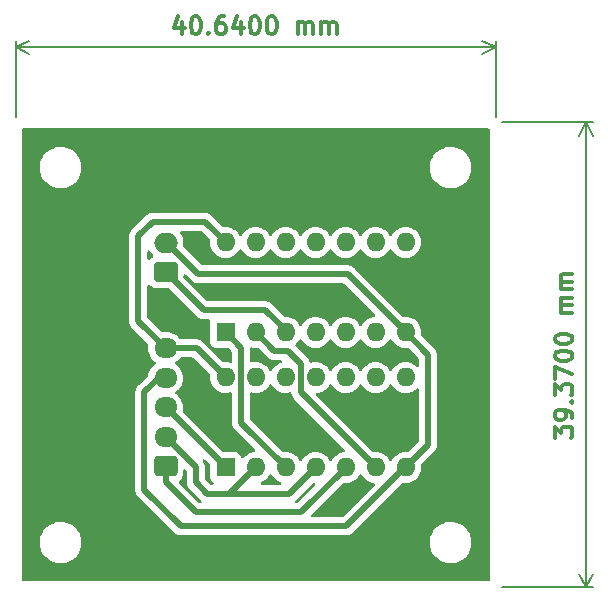
<source format=gbr>
%TF.GenerationSoftware,KiCad,Pcbnew,(6.0.6)*%
%TF.CreationDate,2022-10-10T23:00:38+05:30*%
%TF.ProjectId,exp1,65787031-2e6b-4696-9361-645f70636258,rev?*%
%TF.SameCoordinates,Original*%
%TF.FileFunction,Copper,L2,Bot*%
%TF.FilePolarity,Positive*%
%FSLAX46Y46*%
G04 Gerber Fmt 4.6, Leading zero omitted, Abs format (unit mm)*
G04 Created by KiCad (PCBNEW (6.0.6)) date 2022-10-10 23:00:38*
%MOMM*%
%LPD*%
G01*
G04 APERTURE LIST*
G04 Aperture macros list*
%AMRoundRect*
0 Rectangle with rounded corners*
0 $1 Rounding radius*
0 $2 $3 $4 $5 $6 $7 $8 $9 X,Y pos of 4 corners*
0 Add a 4 corners polygon primitive as box body*
4,1,4,$2,$3,$4,$5,$6,$7,$8,$9,$2,$3,0*
0 Add four circle primitives for the rounded corners*
1,1,$1+$1,$2,$3*
1,1,$1+$1,$4,$5*
1,1,$1+$1,$6,$7*
1,1,$1+$1,$8,$9*
0 Add four rect primitives between the rounded corners*
20,1,$1+$1,$2,$3,$4,$5,0*
20,1,$1+$1,$4,$5,$6,$7,0*
20,1,$1+$1,$6,$7,$8,$9,0*
20,1,$1+$1,$8,$9,$2,$3,0*%
G04 Aperture macros list end*
%ADD10C,0.300000*%
%TA.AperFunction,NonConductor*%
%ADD11C,0.300000*%
%TD*%
%TA.AperFunction,NonConductor*%
%ADD12C,0.200000*%
%TD*%
%TA.AperFunction,ComponentPad*%
%ADD13R,1.600000X1.600000*%
%TD*%
%TA.AperFunction,ComponentPad*%
%ADD14O,1.600000X1.600000*%
%TD*%
%TA.AperFunction,ComponentPad*%
%ADD15RoundRect,0.250000X0.725000X-0.600000X0.725000X0.600000X-0.725000X0.600000X-0.725000X-0.600000X0*%
%TD*%
%TA.AperFunction,ComponentPad*%
%ADD16O,1.950000X1.700000*%
%TD*%
%TA.AperFunction,ComponentPad*%
%ADD17RoundRect,0.250000X0.750000X-0.600000X0.750000X0.600000X-0.750000X0.600000X-0.750000X-0.600000X0*%
%TD*%
%TA.AperFunction,ComponentPad*%
%ADD18O,2.000000X1.700000*%
%TD*%
%TA.AperFunction,Conductor*%
%ADD19C,0.508000*%
%TD*%
G04 APERTURE END LIST*
D10*
D11*
X124595714Y-42328571D02*
X124595714Y-43328571D01*
X124238571Y-41757142D02*
X123881428Y-42828571D01*
X124810000Y-42828571D01*
X125667142Y-41828571D02*
X125810000Y-41828571D01*
X125952857Y-41900000D01*
X126024285Y-41971428D01*
X126095714Y-42114285D01*
X126167142Y-42400000D01*
X126167142Y-42757142D01*
X126095714Y-43042857D01*
X126024285Y-43185714D01*
X125952857Y-43257142D01*
X125810000Y-43328571D01*
X125667142Y-43328571D01*
X125524285Y-43257142D01*
X125452857Y-43185714D01*
X125381428Y-43042857D01*
X125310000Y-42757142D01*
X125310000Y-42400000D01*
X125381428Y-42114285D01*
X125452857Y-41971428D01*
X125524285Y-41900000D01*
X125667142Y-41828571D01*
X126810000Y-43185714D02*
X126881428Y-43257142D01*
X126810000Y-43328571D01*
X126738571Y-43257142D01*
X126810000Y-43185714D01*
X126810000Y-43328571D01*
X128167142Y-41828571D02*
X127881428Y-41828571D01*
X127738571Y-41900000D01*
X127667142Y-41971428D01*
X127524285Y-42185714D01*
X127452857Y-42471428D01*
X127452857Y-43042857D01*
X127524285Y-43185714D01*
X127595714Y-43257142D01*
X127738571Y-43328571D01*
X128024285Y-43328571D01*
X128167142Y-43257142D01*
X128238571Y-43185714D01*
X128310000Y-43042857D01*
X128310000Y-42685714D01*
X128238571Y-42542857D01*
X128167142Y-42471428D01*
X128024285Y-42400000D01*
X127738571Y-42400000D01*
X127595714Y-42471428D01*
X127524285Y-42542857D01*
X127452857Y-42685714D01*
X129595714Y-42328571D02*
X129595714Y-43328571D01*
X129238571Y-41757142D02*
X128881428Y-42828571D01*
X129810000Y-42828571D01*
X130667142Y-41828571D02*
X130810000Y-41828571D01*
X130952857Y-41900000D01*
X131024285Y-41971428D01*
X131095714Y-42114285D01*
X131167142Y-42400000D01*
X131167142Y-42757142D01*
X131095714Y-43042857D01*
X131024285Y-43185714D01*
X130952857Y-43257142D01*
X130810000Y-43328571D01*
X130667142Y-43328571D01*
X130524285Y-43257142D01*
X130452857Y-43185714D01*
X130381428Y-43042857D01*
X130310000Y-42757142D01*
X130310000Y-42400000D01*
X130381428Y-42114285D01*
X130452857Y-41971428D01*
X130524285Y-41900000D01*
X130667142Y-41828571D01*
X132095714Y-41828571D02*
X132238571Y-41828571D01*
X132381428Y-41900000D01*
X132452857Y-41971428D01*
X132524285Y-42114285D01*
X132595714Y-42400000D01*
X132595714Y-42757142D01*
X132524285Y-43042857D01*
X132452857Y-43185714D01*
X132381428Y-43257142D01*
X132238571Y-43328571D01*
X132095714Y-43328571D01*
X131952857Y-43257142D01*
X131881428Y-43185714D01*
X131810000Y-43042857D01*
X131738571Y-42757142D01*
X131738571Y-42400000D01*
X131810000Y-42114285D01*
X131881428Y-41971428D01*
X131952857Y-41900000D01*
X132095714Y-41828571D01*
X134381428Y-43328571D02*
X134381428Y-42328571D01*
X134381428Y-42471428D02*
X134452857Y-42400000D01*
X134595714Y-42328571D01*
X134810000Y-42328571D01*
X134952857Y-42400000D01*
X135024285Y-42542857D01*
X135024285Y-43328571D01*
X135024285Y-42542857D02*
X135095714Y-42400000D01*
X135238571Y-42328571D01*
X135452857Y-42328571D01*
X135595714Y-42400000D01*
X135667142Y-42542857D01*
X135667142Y-43328571D01*
X136381428Y-43328571D02*
X136381428Y-42328571D01*
X136381428Y-42471428D02*
X136452857Y-42400000D01*
X136595714Y-42328571D01*
X136810000Y-42328571D01*
X136952857Y-42400000D01*
X137024285Y-42542857D01*
X137024285Y-43328571D01*
X137024285Y-42542857D02*
X137095714Y-42400000D01*
X137238571Y-42328571D01*
X137452857Y-42328571D01*
X137595714Y-42400000D01*
X137667142Y-42542857D01*
X137667142Y-43328571D01*
D12*
X110490000Y-50300000D02*
X110490000Y-43863580D01*
X151130000Y-50300000D02*
X151130000Y-43863580D01*
X110490000Y-44450000D02*
X151130000Y-44450000D01*
X110490000Y-44450000D02*
X151130000Y-44450000D01*
X110490000Y-44450000D02*
X111616504Y-45036421D01*
X110490000Y-44450000D02*
X111616504Y-43863579D01*
X151130000Y-44450000D02*
X150003496Y-43863579D01*
X151130000Y-44450000D02*
X150003496Y-45036421D01*
D10*
D11*
X156128571Y-77485000D02*
X156128571Y-76556428D01*
X156700000Y-77056428D01*
X156700000Y-76842142D01*
X156771428Y-76699285D01*
X156842857Y-76627857D01*
X156985714Y-76556428D01*
X157342857Y-76556428D01*
X157485714Y-76627857D01*
X157557142Y-76699285D01*
X157628571Y-76842142D01*
X157628571Y-77270714D01*
X157557142Y-77413571D01*
X157485714Y-77485000D01*
X157628571Y-75842142D02*
X157628571Y-75556428D01*
X157557142Y-75413571D01*
X157485714Y-75342142D01*
X157271428Y-75199285D01*
X156985714Y-75127857D01*
X156414285Y-75127857D01*
X156271428Y-75199285D01*
X156200000Y-75270714D01*
X156128571Y-75413571D01*
X156128571Y-75699285D01*
X156200000Y-75842142D01*
X156271428Y-75913571D01*
X156414285Y-75985000D01*
X156771428Y-75985000D01*
X156914285Y-75913571D01*
X156985714Y-75842142D01*
X157057142Y-75699285D01*
X157057142Y-75413571D01*
X156985714Y-75270714D01*
X156914285Y-75199285D01*
X156771428Y-75127857D01*
X157485714Y-74485000D02*
X157557142Y-74413571D01*
X157628571Y-74485000D01*
X157557142Y-74556428D01*
X157485714Y-74485000D01*
X157628571Y-74485000D01*
X156128571Y-73913571D02*
X156128571Y-72985000D01*
X156700000Y-73485000D01*
X156700000Y-73270714D01*
X156771428Y-73127857D01*
X156842857Y-73056428D01*
X156985714Y-72985000D01*
X157342857Y-72985000D01*
X157485714Y-73056428D01*
X157557142Y-73127857D01*
X157628571Y-73270714D01*
X157628571Y-73699285D01*
X157557142Y-73842142D01*
X157485714Y-73913571D01*
X156128571Y-72485000D02*
X156128571Y-71485000D01*
X157628571Y-72127857D01*
X156128571Y-70627857D02*
X156128571Y-70485000D01*
X156200000Y-70342142D01*
X156271428Y-70270714D01*
X156414285Y-70199285D01*
X156700000Y-70127857D01*
X157057142Y-70127857D01*
X157342857Y-70199285D01*
X157485714Y-70270714D01*
X157557142Y-70342142D01*
X157628571Y-70485000D01*
X157628571Y-70627857D01*
X157557142Y-70770714D01*
X157485714Y-70842142D01*
X157342857Y-70913571D01*
X157057142Y-70985000D01*
X156700000Y-70985000D01*
X156414285Y-70913571D01*
X156271428Y-70842142D01*
X156200000Y-70770714D01*
X156128571Y-70627857D01*
X156128571Y-69199285D02*
X156128571Y-69056428D01*
X156200000Y-68913571D01*
X156271428Y-68842142D01*
X156414285Y-68770714D01*
X156700000Y-68699285D01*
X157057142Y-68699285D01*
X157342857Y-68770714D01*
X157485714Y-68842142D01*
X157557142Y-68913571D01*
X157628571Y-69056428D01*
X157628571Y-69199285D01*
X157557142Y-69342142D01*
X157485714Y-69413571D01*
X157342857Y-69485000D01*
X157057142Y-69556428D01*
X156700000Y-69556428D01*
X156414285Y-69485000D01*
X156271428Y-69413571D01*
X156200000Y-69342142D01*
X156128571Y-69199285D01*
X157628571Y-66913571D02*
X156628571Y-66913571D01*
X156771428Y-66913571D02*
X156700000Y-66842142D01*
X156628571Y-66699285D01*
X156628571Y-66485000D01*
X156700000Y-66342142D01*
X156842857Y-66270714D01*
X157628571Y-66270714D01*
X156842857Y-66270714D02*
X156700000Y-66199285D01*
X156628571Y-66056428D01*
X156628571Y-65842142D01*
X156700000Y-65699285D01*
X156842857Y-65627857D01*
X157628571Y-65627857D01*
X157628571Y-64913571D02*
X156628571Y-64913571D01*
X156771428Y-64913571D02*
X156700000Y-64842142D01*
X156628571Y-64699285D01*
X156628571Y-64485000D01*
X156700000Y-64342142D01*
X156842857Y-64270714D01*
X157628571Y-64270714D01*
X156842857Y-64270714D02*
X156700000Y-64199285D01*
X156628571Y-64056428D01*
X156628571Y-63842142D01*
X156700000Y-63699285D01*
X156842857Y-63627857D01*
X157628571Y-63627857D01*
D12*
X151630000Y-90170000D02*
X159336420Y-90170000D01*
X151630000Y-50800000D02*
X159336420Y-50800000D01*
X158750000Y-90170000D02*
X158750000Y-50800000D01*
X158750000Y-90170000D02*
X158750000Y-50800000D01*
X158750000Y-90170000D02*
X159336421Y-89043496D01*
X158750000Y-90170000D02*
X158163579Y-89043496D01*
X158750000Y-50800000D02*
X158163579Y-51926504D01*
X158750000Y-50800000D02*
X159336421Y-51926504D01*
D13*
%TO.P,U1,1*%
%TO.N,IP1*%
X128270000Y-80010000D03*
D14*
%TO.P,U1,2*%
%TO.N,IP2*%
X130810000Y-80010000D03*
%TO.P,U1,3*%
%TO.N,Net-(U1-Pad3)*%
X133350000Y-80010000D03*
%TO.P,U1,4*%
%TO.N,IP2*%
X135890000Y-80010000D03*
%TO.P,U1,5*%
%TO.N,IP3*%
X138430000Y-80010000D03*
%TO.P,U1,6*%
%TO.N,Net-(U1-Pad6)*%
X140970000Y-80010000D03*
%TO.P,U1,7,Gnd*%
%TO.N,GND*%
X143510000Y-80010000D03*
%TO.P,U1,8*%
%TO.N,N/C*%
X143510000Y-72390000D03*
%TO.P,U1,9*%
X140970000Y-72390000D03*
%TO.P,U1,10*%
X138430000Y-72390000D03*
%TO.P,U1,11*%
X135890000Y-72390000D03*
%TO.P,U1,12*%
X133350000Y-72390000D03*
%TO.P,U1,13*%
X130810000Y-72390000D03*
%TO.P,U1,14,Vcc*%
%TO.N,VCC*%
X128270000Y-72390000D03*
%TD*%
D15*
%TO.P,J1,1,Pin_1*%
%TO.N,IP3*%
X123182500Y-79930000D03*
D16*
%TO.P,J1,2,Pin_2*%
%TO.N,IP2*%
X123182500Y-77430000D03*
%TO.P,J1,3,Pin_3*%
%TO.N,IP1*%
X123182500Y-74930000D03*
%TO.P,J1,4,Pin_4*%
%TO.N,GND*%
X123182500Y-72430000D03*
%TO.P,J1,5,Pin_5*%
%TO.N,VCC*%
X123182500Y-69930000D03*
%TD*%
D17*
%TO.P,J2,1,Pin_1*%
%TO.N,Net-(J2-Pad1)*%
X123182500Y-63480000D03*
D18*
%TO.P,J2,2,Pin_2*%
%TO.N,GND*%
X123182500Y-60980000D03*
%TD*%
D13*
%TO.P,U2,1*%
%TO.N,Net-(U1-Pad3)*%
X128265000Y-68570000D03*
D14*
%TO.P,U2,2*%
%TO.N,Net-(U1-Pad6)*%
X130805000Y-68570000D03*
%TO.P,U2,3*%
%TO.N,Net-(J2-Pad1)*%
X133345000Y-68570000D03*
%TO.P,U2,4*%
%TO.N,N/C*%
X135885000Y-68570000D03*
%TO.P,U2,5*%
X138425000Y-68570000D03*
%TO.P,U2,6*%
X140965000Y-68570000D03*
%TO.P,U2,7,Gnd*%
%TO.N,GND*%
X143505000Y-68570000D03*
%TO.P,U2,8*%
%TO.N,N/C*%
X143505000Y-60950000D03*
%TO.P,U2,9*%
X140965000Y-60950000D03*
%TO.P,U2,10*%
X138425000Y-60950000D03*
%TO.P,U2,11*%
X135885000Y-60950000D03*
%TO.P,U2,12*%
X133345000Y-60950000D03*
%TO.P,U2,13*%
X130805000Y-60950000D03*
%TO.P,U2,14,Vcc*%
%TO.N,VCC*%
X128265000Y-60950000D03*
%TD*%
D19*
%TO.N,VCC*%
X120870000Y-60430000D02*
X122090000Y-59210000D01*
X126525000Y-59210000D02*
X128265000Y-60950000D01*
X122090000Y-59210000D02*
X126525000Y-59210000D01*
X125810000Y-69930000D02*
X128270000Y-72390000D01*
X123182500Y-69930000D02*
X120870000Y-67617500D01*
X123182500Y-69930000D02*
X125810000Y-69930000D01*
X120870000Y-67617500D02*
X120870000Y-60430000D01*
%TO.N,GND*%
X143470000Y-80010000D02*
X143510000Y-80010000D01*
X123182500Y-72430000D02*
X122590000Y-72430000D01*
X145390000Y-78130000D02*
X143510000Y-80010000D01*
X138490000Y-84990000D02*
X143470000Y-80010000D01*
X123275000Y-60980000D02*
X123182500Y-60980000D01*
X145390000Y-70455000D02*
X145390000Y-78130000D01*
X143505000Y-68570000D02*
X138605000Y-63670000D01*
X122590000Y-72430000D02*
X121390000Y-73630000D01*
X138605000Y-63670000D02*
X125965000Y-63670000D01*
X143505000Y-68570000D02*
X145390000Y-70455000D01*
X124470000Y-84990000D02*
X138490000Y-84990000D01*
X121390000Y-81910000D02*
X124470000Y-84990000D01*
X121390000Y-73630000D02*
X121390000Y-81910000D01*
X125965000Y-63670000D02*
X123275000Y-60980000D01*
%TO.N,Net-(U1-Pad3)*%
X129556000Y-76216000D02*
X129556000Y-69861000D01*
X129556000Y-69861000D02*
X128265000Y-68570000D01*
X133350000Y-80010000D02*
X129556000Y-76216000D01*
%TO.N,IP1*%
X123182500Y-74930000D02*
X123190000Y-74930000D01*
X123190000Y-74930000D02*
X128270000Y-80010000D01*
%TO.N,IP3*%
X134630000Y-83820000D02*
X138430000Y-80020000D01*
X125730000Y-83820000D02*
X134630000Y-83820000D01*
X123182500Y-81272500D02*
X125730000Y-83820000D01*
X123182500Y-79930000D02*
X123182500Y-81272500D01*
X138430000Y-80020000D02*
X138430000Y-80010000D01*
%TO.N,Net-(J2-Pad1)*%
X123182500Y-63482500D02*
X126410000Y-66710000D01*
X131640000Y-66710000D02*
X133345000Y-68415000D01*
X123182500Y-63480000D02*
X123182500Y-63482500D01*
X126410000Y-66710000D02*
X131640000Y-66710000D01*
X133345000Y-68415000D02*
X133345000Y-68570000D01*
%TO.N,IP2*%
X125730000Y-81280000D02*
X126680000Y-82230000D01*
X128590000Y-82230000D02*
X133670000Y-82230000D01*
X128590000Y-82230000D02*
X130810000Y-80010000D01*
X133670000Y-82230000D02*
X135890000Y-80010000D01*
X123182500Y-77430000D02*
X125730000Y-79977500D01*
X126680000Y-82230000D02*
X128590000Y-82230000D01*
X125730000Y-79977500D02*
X125730000Y-81280000D01*
%TO.N,Net-(U1-Pad6)*%
X132365000Y-70130000D02*
X130805000Y-68570000D01*
X134620000Y-71210000D02*
X133540000Y-70130000D01*
X133540000Y-70130000D02*
X132365000Y-70130000D01*
X134620000Y-73660000D02*
X134620000Y-71210000D01*
X140970000Y-80010000D02*
X134620000Y-73660000D01*
%TD*%
%TA.AperFunction,NonConductor*%
G36*
X121841012Y-61646906D02*
G01*
X121866219Y-61676765D01*
X121928106Y-61778752D01*
X121928111Y-61778759D01*
X121930877Y-61783317D01*
X121934374Y-61787347D01*
X121940408Y-61794300D01*
X122081977Y-61957445D01*
X122117620Y-61986670D01*
X122157614Y-62045329D01*
X122159546Y-62116299D01*
X122122802Y-62177048D01*
X122104032Y-62191248D01*
X122021826Y-62242119D01*
X121958152Y-62281522D01*
X121861071Y-62378773D01*
X121847673Y-62392194D01*
X121785391Y-62426273D01*
X121714571Y-62421270D01*
X121657698Y-62378773D01*
X121632829Y-62312274D01*
X121632500Y-62303176D01*
X121632500Y-61742130D01*
X121652502Y-61674009D01*
X121706158Y-61627516D01*
X121776432Y-61617412D01*
X121841012Y-61646906D01*
G37*
%TD.AperFunction*%
%TA.AperFunction,NonConductor*%
G36*
X124899512Y-63683304D02*
G01*
X124906095Y-63689433D01*
X125378190Y-64161528D01*
X125390577Y-64175941D01*
X125403546Y-64193564D01*
X125409129Y-64198307D01*
X125444055Y-64227979D01*
X125451571Y-64234909D01*
X125457315Y-64240653D01*
X125460185Y-64242924D01*
X125460191Y-64242929D01*
X125479741Y-64258397D01*
X125483141Y-64261185D01*
X125539051Y-64308684D01*
X125545572Y-64312014D01*
X125550657Y-64315405D01*
X125555856Y-64318616D01*
X125561599Y-64323160D01*
X125568228Y-64326258D01*
X125568231Y-64326260D01*
X125628089Y-64354235D01*
X125632041Y-64356167D01*
X125697404Y-64389543D01*
X125704517Y-64391284D01*
X125710240Y-64393412D01*
X125716049Y-64395344D01*
X125722679Y-64398443D01*
X125729844Y-64399933D01*
X125729846Y-64399934D01*
X125794534Y-64413389D01*
X125798818Y-64414359D01*
X125870112Y-64431804D01*
X125875714Y-64432152D01*
X125875717Y-64432152D01*
X125881330Y-64432500D01*
X125881328Y-64432538D01*
X125885243Y-64432773D01*
X125889594Y-64433161D01*
X125896756Y-64434651D01*
X125974556Y-64432546D01*
X125977964Y-64432500D01*
X138236972Y-64432500D01*
X138305093Y-64452502D01*
X138326067Y-64469405D01*
X140910178Y-67053516D01*
X140944204Y-67115828D01*
X140939139Y-67186643D01*
X140896592Y-67243479D01*
X140832065Y-67268132D01*
X140796316Y-67271260D01*
X140736913Y-67276457D01*
X140731600Y-67277881D01*
X140731598Y-67277881D01*
X140521067Y-67334293D01*
X140521065Y-67334294D01*
X140515757Y-67335716D01*
X140510776Y-67338039D01*
X140510775Y-67338039D01*
X140313238Y-67430151D01*
X140313233Y-67430154D01*
X140308251Y-67432477D01*
X140251037Y-67472539D01*
X140125211Y-67560643D01*
X140125208Y-67560645D01*
X140120700Y-67563802D01*
X139958802Y-67725700D01*
X139955645Y-67730208D01*
X139955643Y-67730211D01*
X139929235Y-67767926D01*
X139827477Y-67913251D01*
X139825154Y-67918233D01*
X139825151Y-67918238D01*
X139809195Y-67952457D01*
X139762278Y-68005742D01*
X139694001Y-68025203D01*
X139626041Y-68004661D01*
X139580805Y-67952457D01*
X139564849Y-67918238D01*
X139564846Y-67918233D01*
X139562523Y-67913251D01*
X139460765Y-67767926D01*
X139434357Y-67730211D01*
X139434355Y-67730208D01*
X139431198Y-67725700D01*
X139269300Y-67563802D01*
X139264792Y-67560645D01*
X139264789Y-67560643D01*
X139138963Y-67472539D01*
X139081749Y-67432477D01*
X139076767Y-67430154D01*
X139076762Y-67430151D01*
X138879225Y-67338039D01*
X138879224Y-67338039D01*
X138874243Y-67335716D01*
X138868935Y-67334294D01*
X138868933Y-67334293D01*
X138658402Y-67277881D01*
X138658400Y-67277881D01*
X138653087Y-67276457D01*
X138425000Y-67256502D01*
X138196913Y-67276457D01*
X138191600Y-67277881D01*
X138191598Y-67277881D01*
X137981067Y-67334293D01*
X137981065Y-67334294D01*
X137975757Y-67335716D01*
X137970776Y-67338039D01*
X137970775Y-67338039D01*
X137773238Y-67430151D01*
X137773233Y-67430154D01*
X137768251Y-67432477D01*
X137711037Y-67472539D01*
X137585211Y-67560643D01*
X137585208Y-67560645D01*
X137580700Y-67563802D01*
X137418802Y-67725700D01*
X137415645Y-67730208D01*
X137415643Y-67730211D01*
X137389235Y-67767926D01*
X137287477Y-67913251D01*
X137285154Y-67918233D01*
X137285151Y-67918238D01*
X137269195Y-67952457D01*
X137222278Y-68005742D01*
X137154001Y-68025203D01*
X137086041Y-68004661D01*
X137040805Y-67952457D01*
X137024849Y-67918238D01*
X137024846Y-67918233D01*
X137022523Y-67913251D01*
X136920765Y-67767926D01*
X136894357Y-67730211D01*
X136894355Y-67730208D01*
X136891198Y-67725700D01*
X136729300Y-67563802D01*
X136724792Y-67560645D01*
X136724789Y-67560643D01*
X136598963Y-67472539D01*
X136541749Y-67432477D01*
X136536767Y-67430154D01*
X136536762Y-67430151D01*
X136339225Y-67338039D01*
X136339224Y-67338039D01*
X136334243Y-67335716D01*
X136328935Y-67334294D01*
X136328933Y-67334293D01*
X136118402Y-67277881D01*
X136118400Y-67277881D01*
X136113087Y-67276457D01*
X135885000Y-67256502D01*
X135656913Y-67276457D01*
X135651600Y-67277881D01*
X135651598Y-67277881D01*
X135441067Y-67334293D01*
X135441065Y-67334294D01*
X135435757Y-67335716D01*
X135430776Y-67338039D01*
X135430775Y-67338039D01*
X135233238Y-67430151D01*
X135233233Y-67430154D01*
X135228251Y-67432477D01*
X135171037Y-67472539D01*
X135045211Y-67560643D01*
X135045208Y-67560645D01*
X135040700Y-67563802D01*
X134878802Y-67725700D01*
X134875645Y-67730208D01*
X134875643Y-67730211D01*
X134849235Y-67767926D01*
X134747477Y-67913251D01*
X134745154Y-67918233D01*
X134745151Y-67918238D01*
X134729195Y-67952457D01*
X134682278Y-68005742D01*
X134614001Y-68025203D01*
X134546041Y-68004661D01*
X134500805Y-67952457D01*
X134484849Y-67918238D01*
X134484846Y-67918233D01*
X134482523Y-67913251D01*
X134380765Y-67767926D01*
X134354357Y-67730211D01*
X134354355Y-67730208D01*
X134351198Y-67725700D01*
X134189300Y-67563802D01*
X134184792Y-67560645D01*
X134184789Y-67560643D01*
X134058963Y-67472539D01*
X134001749Y-67432477D01*
X133996767Y-67430154D01*
X133996762Y-67430151D01*
X133799225Y-67338039D01*
X133799224Y-67338039D01*
X133794243Y-67335716D01*
X133788935Y-67334294D01*
X133788933Y-67334293D01*
X133578402Y-67277881D01*
X133578400Y-67277881D01*
X133573087Y-67276457D01*
X133345000Y-67256502D01*
X133339525Y-67256981D01*
X133339522Y-67256981D01*
X133329816Y-67257830D01*
X133260211Y-67243840D01*
X133229741Y-67221404D01*
X132226810Y-66218472D01*
X132214423Y-66204059D01*
X132205795Y-66192335D01*
X132201454Y-66186436D01*
X132160945Y-66152021D01*
X132153429Y-66145091D01*
X132147685Y-66139347D01*
X132144811Y-66137073D01*
X132144804Y-66137067D01*
X132125289Y-66121628D01*
X132121885Y-66118837D01*
X132071528Y-66076055D01*
X132071524Y-66076052D01*
X132065949Y-66071316D01*
X132059432Y-66067988D01*
X132054368Y-66064611D01*
X132049144Y-66061384D01*
X132043400Y-66056840D01*
X132017109Y-66044552D01*
X131976918Y-66025768D01*
X131972967Y-66023837D01*
X131914117Y-65993787D01*
X131907596Y-65990457D01*
X131900481Y-65988716D01*
X131894735Y-65986579D01*
X131888952Y-65984655D01*
X131882321Y-65981556D01*
X131810443Y-65966606D01*
X131806171Y-65965639D01*
X131734888Y-65948196D01*
X131729289Y-65947849D01*
X131729285Y-65947848D01*
X131723670Y-65947500D01*
X131723672Y-65947461D01*
X131719771Y-65947228D01*
X131715412Y-65946839D01*
X131708244Y-65945348D01*
X131700927Y-65945546D01*
X131630423Y-65947454D01*
X131627014Y-65947500D01*
X126778027Y-65947500D01*
X126709906Y-65927498D01*
X126688932Y-65910595D01*
X124727905Y-63949567D01*
X124693879Y-63887255D01*
X124691000Y-63860472D01*
X124691000Y-63778528D01*
X124711002Y-63710407D01*
X124764658Y-63663914D01*
X124834932Y-63653810D01*
X124899512Y-63683304D01*
G37*
%TD.AperFunction*%
%TA.AperFunction,NonConductor*%
G36*
X121841012Y-64561769D02*
G01*
X121847511Y-64567813D01*
X121959197Y-64679305D01*
X122109762Y-64772115D01*
X122189505Y-64798564D01*
X122271111Y-64825632D01*
X122271113Y-64825632D01*
X122277639Y-64827797D01*
X122284475Y-64828497D01*
X122284478Y-64828498D01*
X122327531Y-64832909D01*
X122382100Y-64838500D01*
X123407972Y-64838500D01*
X123476093Y-64858502D01*
X123497067Y-64875405D01*
X125823190Y-67201528D01*
X125835577Y-67215941D01*
X125848546Y-67233564D01*
X125854129Y-67238307D01*
X125889055Y-67267979D01*
X125896571Y-67274909D01*
X125902315Y-67280653D01*
X125905189Y-67282927D01*
X125905196Y-67282933D01*
X125924711Y-67298372D01*
X125928115Y-67301163D01*
X125978472Y-67343945D01*
X125978476Y-67343948D01*
X125984051Y-67348684D01*
X125990568Y-67352012D01*
X125995632Y-67355389D01*
X126000856Y-67358616D01*
X126006600Y-67363160D01*
X126013231Y-67366259D01*
X126073082Y-67394232D01*
X126077033Y-67396163D01*
X126142404Y-67429543D01*
X126149519Y-67431284D01*
X126155265Y-67433421D01*
X126161048Y-67435345D01*
X126167679Y-67438444D01*
X126239557Y-67453394D01*
X126243829Y-67454361D01*
X126315112Y-67471804D01*
X126320711Y-67472151D01*
X126320715Y-67472152D01*
X126326330Y-67472500D01*
X126326328Y-67472539D01*
X126330229Y-67472772D01*
X126334588Y-67473161D01*
X126341756Y-67474652D01*
X126349073Y-67474454D01*
X126419577Y-67472546D01*
X126422986Y-67472500D01*
X126851629Y-67472500D01*
X126919750Y-67492502D01*
X126966243Y-67546158D01*
X126976347Y-67616432D01*
X126969610Y-67642731D01*
X126967341Y-67648785D01*
X126963255Y-67659684D01*
X126956500Y-67721866D01*
X126956500Y-69418134D01*
X126963255Y-69480316D01*
X127014385Y-69616705D01*
X127101739Y-69733261D01*
X127218295Y-69820615D01*
X127354684Y-69871745D01*
X127416866Y-69878500D01*
X128442972Y-69878500D01*
X128511093Y-69898502D01*
X128532067Y-69915405D01*
X128756595Y-70139933D01*
X128790621Y-70202245D01*
X128793500Y-70229028D01*
X128793500Y-71011406D01*
X128773498Y-71079527D01*
X128719842Y-71126020D01*
X128649568Y-71136124D01*
X128634889Y-71133113D01*
X128503402Y-71097881D01*
X128503400Y-71097881D01*
X128498087Y-71096457D01*
X128270000Y-71076502D01*
X128264525Y-71076981D01*
X128112289Y-71090300D01*
X128042684Y-71076311D01*
X128012212Y-71053874D01*
X126396810Y-69438472D01*
X126384423Y-69424059D01*
X126375795Y-69412335D01*
X126371454Y-69406436D01*
X126330945Y-69372021D01*
X126323429Y-69365091D01*
X126317685Y-69359347D01*
X126314811Y-69357073D01*
X126314804Y-69357067D01*
X126295289Y-69341628D01*
X126291885Y-69338837D01*
X126241528Y-69296055D01*
X126241524Y-69296052D01*
X126235949Y-69291316D01*
X126229432Y-69287988D01*
X126224368Y-69284611D01*
X126219144Y-69281384D01*
X126213400Y-69276840D01*
X126187109Y-69264552D01*
X126146918Y-69245768D01*
X126142967Y-69243837D01*
X126084117Y-69213787D01*
X126077596Y-69210457D01*
X126070481Y-69208716D01*
X126064735Y-69206579D01*
X126058952Y-69204655D01*
X126052321Y-69201556D01*
X125980443Y-69186606D01*
X125976171Y-69185639D01*
X125904888Y-69168196D01*
X125899289Y-69167849D01*
X125899285Y-69167848D01*
X125893670Y-69167500D01*
X125893672Y-69167461D01*
X125889771Y-69167228D01*
X125885412Y-69166839D01*
X125878244Y-69165348D01*
X125870927Y-69165546D01*
X125800423Y-69167454D01*
X125797014Y-69167500D01*
X124502030Y-69167500D01*
X124433909Y-69147498D01*
X124406864Y-69124080D01*
X124261523Y-68956588D01*
X124261521Y-68956586D01*
X124258023Y-68952555D01*
X124216470Y-68918484D01*
X124083873Y-68809760D01*
X124083867Y-68809756D01*
X124079745Y-68806376D01*
X124075109Y-68803737D01*
X124075106Y-68803735D01*
X123884029Y-68694968D01*
X123879386Y-68692325D01*
X123662675Y-68613663D01*
X123657426Y-68612714D01*
X123657423Y-68612713D01*
X123439892Y-68573377D01*
X123439885Y-68573376D01*
X123435808Y-68572639D01*
X123418086Y-68571803D01*
X123413144Y-68571570D01*
X123413137Y-68571570D01*
X123411656Y-68571500D01*
X122999610Y-68571500D01*
X122968290Y-68574158D01*
X122898724Y-68559988D01*
X122868542Y-68537704D01*
X121669405Y-67338567D01*
X121635379Y-67276255D01*
X121632500Y-67249472D01*
X121632500Y-64656993D01*
X121652502Y-64588872D01*
X121706158Y-64542379D01*
X121776432Y-64532275D01*
X121841012Y-64561769D01*
G37*
%TD.AperFunction*%
%TA.AperFunction,NonConductor*%
G36*
X130477111Y-69836801D02*
G01*
X130571598Y-69862119D01*
X130571600Y-69862119D01*
X130576913Y-69863543D01*
X130805000Y-69883498D01*
X130810475Y-69883019D01*
X130962711Y-69869700D01*
X131032316Y-69883689D01*
X131062788Y-69906126D01*
X131778190Y-70621528D01*
X131790577Y-70635941D01*
X131803546Y-70653564D01*
X131809129Y-70658307D01*
X131844055Y-70687979D01*
X131851571Y-70694909D01*
X131857315Y-70700653D01*
X131860189Y-70702927D01*
X131860196Y-70702933D01*
X131879711Y-70718372D01*
X131883115Y-70721163D01*
X131933472Y-70763945D01*
X131933476Y-70763948D01*
X131939051Y-70768684D01*
X131945568Y-70772012D01*
X131950632Y-70775389D01*
X131955856Y-70778616D01*
X131961600Y-70783160D01*
X131968231Y-70786259D01*
X132028082Y-70814232D01*
X132032033Y-70816163D01*
X132057459Y-70829146D01*
X132097404Y-70849543D01*
X132104519Y-70851284D01*
X132110265Y-70853421D01*
X132116048Y-70855345D01*
X132122679Y-70858444D01*
X132194557Y-70873394D01*
X132198829Y-70874361D01*
X132270112Y-70891804D01*
X132275711Y-70892151D01*
X132275715Y-70892152D01*
X132281330Y-70892500D01*
X132281328Y-70892539D01*
X132285229Y-70892772D01*
X132289588Y-70893161D01*
X132296756Y-70894652D01*
X132304073Y-70894454D01*
X132374577Y-70892546D01*
X132377986Y-70892500D01*
X132926026Y-70892500D01*
X132994147Y-70912502D01*
X133040640Y-70966158D01*
X133050744Y-71036432D01*
X133021250Y-71101012D01*
X132958637Y-71140207D01*
X132906067Y-71154293D01*
X132906065Y-71154294D01*
X132900757Y-71155716D01*
X132895776Y-71158039D01*
X132895775Y-71158039D01*
X132698238Y-71250151D01*
X132698233Y-71250154D01*
X132693251Y-71252477D01*
X132611443Y-71309760D01*
X132510211Y-71380643D01*
X132510208Y-71380645D01*
X132505700Y-71383802D01*
X132343802Y-71545700D01*
X132212477Y-71733251D01*
X132210154Y-71738233D01*
X132210151Y-71738238D01*
X132194195Y-71772457D01*
X132147278Y-71825742D01*
X132079001Y-71845203D01*
X132011041Y-71824661D01*
X131965805Y-71772457D01*
X131949849Y-71738238D01*
X131949846Y-71738233D01*
X131947523Y-71733251D01*
X131816198Y-71545700D01*
X131654300Y-71383802D01*
X131649792Y-71380645D01*
X131649789Y-71380643D01*
X131548557Y-71309760D01*
X131466749Y-71252477D01*
X131461767Y-71250154D01*
X131461762Y-71250151D01*
X131264225Y-71158039D01*
X131264224Y-71158039D01*
X131259243Y-71155716D01*
X131253935Y-71154294D01*
X131253933Y-71154293D01*
X131043402Y-71097881D01*
X131043400Y-71097881D01*
X131038087Y-71096457D01*
X130810000Y-71076502D01*
X130581913Y-71096457D01*
X130477110Y-71124539D01*
X130406135Y-71122849D01*
X130347339Y-71083055D01*
X130319391Y-71017791D01*
X130318500Y-71002832D01*
X130318500Y-69958508D01*
X130338502Y-69890387D01*
X130392158Y-69843894D01*
X130462432Y-69833790D01*
X130477111Y-69836801D01*
G37*
%TD.AperFunction*%
%TA.AperFunction,NonConductor*%
G36*
X142303959Y-69135339D02*
G01*
X142349195Y-69187543D01*
X142365151Y-69221762D01*
X142365154Y-69221767D01*
X142367477Y-69226749D01*
X142416006Y-69296055D01*
X142493296Y-69406436D01*
X142498802Y-69414300D01*
X142660700Y-69576198D01*
X142665208Y-69579355D01*
X142665211Y-69579357D01*
X142667632Y-69581052D01*
X142848251Y-69707523D01*
X142853233Y-69709846D01*
X142853238Y-69709849D01*
X143014880Y-69785223D01*
X143055757Y-69804284D01*
X143061065Y-69805706D01*
X143061067Y-69805707D01*
X143271598Y-69862119D01*
X143271600Y-69862119D01*
X143276913Y-69863543D01*
X143505000Y-69883498D01*
X143510475Y-69883019D01*
X143662711Y-69869700D01*
X143732316Y-69883689D01*
X143762788Y-69906126D01*
X144590595Y-70733933D01*
X144624621Y-70796245D01*
X144627500Y-70823028D01*
X144627500Y-71352812D01*
X144607498Y-71420933D01*
X144553842Y-71467426D01*
X144483568Y-71477530D01*
X144418988Y-71448036D01*
X144412405Y-71441907D01*
X144354300Y-71383802D01*
X144349792Y-71380645D01*
X144349789Y-71380643D01*
X144248557Y-71309760D01*
X144166749Y-71252477D01*
X144161767Y-71250154D01*
X144161762Y-71250151D01*
X143964225Y-71158039D01*
X143964224Y-71158039D01*
X143959243Y-71155716D01*
X143953935Y-71154294D01*
X143953933Y-71154293D01*
X143743402Y-71097881D01*
X143743400Y-71097881D01*
X143738087Y-71096457D01*
X143510000Y-71076502D01*
X143281913Y-71096457D01*
X143276600Y-71097881D01*
X143276598Y-71097881D01*
X143066067Y-71154293D01*
X143066065Y-71154294D01*
X143060757Y-71155716D01*
X143055776Y-71158039D01*
X143055775Y-71158039D01*
X142858238Y-71250151D01*
X142858233Y-71250154D01*
X142853251Y-71252477D01*
X142771443Y-71309760D01*
X142670211Y-71380643D01*
X142670208Y-71380645D01*
X142665700Y-71383802D01*
X142503802Y-71545700D01*
X142372477Y-71733251D01*
X142370154Y-71738233D01*
X142370151Y-71738238D01*
X142354195Y-71772457D01*
X142307278Y-71825742D01*
X142239001Y-71845203D01*
X142171041Y-71824661D01*
X142125805Y-71772457D01*
X142109849Y-71738238D01*
X142109846Y-71738233D01*
X142107523Y-71733251D01*
X141976198Y-71545700D01*
X141814300Y-71383802D01*
X141809792Y-71380645D01*
X141809789Y-71380643D01*
X141708557Y-71309760D01*
X141626749Y-71252477D01*
X141621767Y-71250154D01*
X141621762Y-71250151D01*
X141424225Y-71158039D01*
X141424224Y-71158039D01*
X141419243Y-71155716D01*
X141413935Y-71154294D01*
X141413933Y-71154293D01*
X141203402Y-71097881D01*
X141203400Y-71097881D01*
X141198087Y-71096457D01*
X140970000Y-71076502D01*
X140741913Y-71096457D01*
X140736600Y-71097881D01*
X140736598Y-71097881D01*
X140526067Y-71154293D01*
X140526065Y-71154294D01*
X140520757Y-71155716D01*
X140515776Y-71158039D01*
X140515775Y-71158039D01*
X140318238Y-71250151D01*
X140318233Y-71250154D01*
X140313251Y-71252477D01*
X140231443Y-71309760D01*
X140130211Y-71380643D01*
X140130208Y-71380645D01*
X140125700Y-71383802D01*
X139963802Y-71545700D01*
X139832477Y-71733251D01*
X139830154Y-71738233D01*
X139830151Y-71738238D01*
X139814195Y-71772457D01*
X139767278Y-71825742D01*
X139699001Y-71845203D01*
X139631041Y-71824661D01*
X139585805Y-71772457D01*
X139569849Y-71738238D01*
X139569846Y-71738233D01*
X139567523Y-71733251D01*
X139436198Y-71545700D01*
X139274300Y-71383802D01*
X139269792Y-71380645D01*
X139269789Y-71380643D01*
X139168557Y-71309760D01*
X139086749Y-71252477D01*
X139081767Y-71250154D01*
X139081762Y-71250151D01*
X138884225Y-71158039D01*
X138884224Y-71158039D01*
X138879243Y-71155716D01*
X138873935Y-71154294D01*
X138873933Y-71154293D01*
X138663402Y-71097881D01*
X138663400Y-71097881D01*
X138658087Y-71096457D01*
X138430000Y-71076502D01*
X138201913Y-71096457D01*
X138196600Y-71097881D01*
X138196598Y-71097881D01*
X137986067Y-71154293D01*
X137986065Y-71154294D01*
X137980757Y-71155716D01*
X137975776Y-71158039D01*
X137975775Y-71158039D01*
X137778238Y-71250151D01*
X137778233Y-71250154D01*
X137773251Y-71252477D01*
X137691443Y-71309760D01*
X137590211Y-71380643D01*
X137590208Y-71380645D01*
X137585700Y-71383802D01*
X137423802Y-71545700D01*
X137292477Y-71733251D01*
X137290154Y-71738233D01*
X137290151Y-71738238D01*
X137274195Y-71772457D01*
X137227278Y-71825742D01*
X137159001Y-71845203D01*
X137091041Y-71824661D01*
X137045805Y-71772457D01*
X137029849Y-71738238D01*
X137029846Y-71738233D01*
X137027523Y-71733251D01*
X136896198Y-71545700D01*
X136734300Y-71383802D01*
X136729792Y-71380645D01*
X136729789Y-71380643D01*
X136628557Y-71309760D01*
X136546749Y-71252477D01*
X136541767Y-71250154D01*
X136541762Y-71250151D01*
X136344225Y-71158039D01*
X136344224Y-71158039D01*
X136339243Y-71155716D01*
X136333935Y-71154294D01*
X136333933Y-71154293D01*
X136123402Y-71097881D01*
X136123400Y-71097881D01*
X136118087Y-71096457D01*
X135890000Y-71076502D01*
X135661913Y-71096457D01*
X135656600Y-71097881D01*
X135656598Y-71097881D01*
X135523235Y-71133616D01*
X135452259Y-71131926D01*
X135393463Y-71092132D01*
X135368003Y-71040894D01*
X135367949Y-71040663D01*
X135367101Y-71033393D01*
X135364605Y-71026517D01*
X135364603Y-71026508D01*
X135342055Y-70964393D01*
X135340645Y-70960289D01*
X135318013Y-70890425D01*
X135314213Y-70884162D01*
X135311675Y-70878620D01*
X135308933Y-70873144D01*
X135306434Y-70866259D01*
X135273590Y-70816163D01*
X135266185Y-70804868D01*
X135263870Y-70801200D01*
X135225773Y-70738419D01*
X135218333Y-70729995D01*
X135218362Y-70729969D01*
X135215762Y-70727038D01*
X135212958Y-70723684D01*
X135208946Y-70717565D01*
X135152413Y-70664011D01*
X135149972Y-70661634D01*
X134216013Y-69727675D01*
X134181987Y-69665363D01*
X134187052Y-69594548D01*
X134216013Y-69549485D01*
X134351198Y-69414300D01*
X134356705Y-69406436D01*
X134433994Y-69296055D01*
X134482523Y-69226749D01*
X134484846Y-69221767D01*
X134484849Y-69221762D01*
X134500805Y-69187543D01*
X134547722Y-69134258D01*
X134615999Y-69114797D01*
X134683959Y-69135339D01*
X134729195Y-69187543D01*
X134745151Y-69221762D01*
X134745154Y-69221767D01*
X134747477Y-69226749D01*
X134796006Y-69296055D01*
X134873296Y-69406436D01*
X134878802Y-69414300D01*
X135040700Y-69576198D01*
X135045208Y-69579355D01*
X135045211Y-69579357D01*
X135047632Y-69581052D01*
X135228251Y-69707523D01*
X135233233Y-69709846D01*
X135233238Y-69709849D01*
X135394880Y-69785223D01*
X135435757Y-69804284D01*
X135441065Y-69805706D01*
X135441067Y-69805707D01*
X135651598Y-69862119D01*
X135651600Y-69862119D01*
X135656913Y-69863543D01*
X135885000Y-69883498D01*
X136113087Y-69863543D01*
X136118400Y-69862119D01*
X136118402Y-69862119D01*
X136328933Y-69805707D01*
X136328935Y-69805706D01*
X136334243Y-69804284D01*
X136375120Y-69785223D01*
X136536762Y-69709849D01*
X136536767Y-69709846D01*
X136541749Y-69707523D01*
X136722368Y-69581052D01*
X136724789Y-69579357D01*
X136724792Y-69579355D01*
X136729300Y-69576198D01*
X136891198Y-69414300D01*
X136896705Y-69406436D01*
X136973994Y-69296055D01*
X137022523Y-69226749D01*
X137024846Y-69221767D01*
X137024849Y-69221762D01*
X137040805Y-69187543D01*
X137087722Y-69134258D01*
X137155999Y-69114797D01*
X137223959Y-69135339D01*
X137269195Y-69187543D01*
X137285151Y-69221762D01*
X137285154Y-69221767D01*
X137287477Y-69226749D01*
X137336006Y-69296055D01*
X137413296Y-69406436D01*
X137418802Y-69414300D01*
X137580700Y-69576198D01*
X137585208Y-69579355D01*
X137585211Y-69579357D01*
X137587632Y-69581052D01*
X137768251Y-69707523D01*
X137773233Y-69709846D01*
X137773238Y-69709849D01*
X137934880Y-69785223D01*
X137975757Y-69804284D01*
X137981065Y-69805706D01*
X137981067Y-69805707D01*
X138191598Y-69862119D01*
X138191600Y-69862119D01*
X138196913Y-69863543D01*
X138425000Y-69883498D01*
X138653087Y-69863543D01*
X138658400Y-69862119D01*
X138658402Y-69862119D01*
X138868933Y-69805707D01*
X138868935Y-69805706D01*
X138874243Y-69804284D01*
X138915120Y-69785223D01*
X139076762Y-69709849D01*
X139076767Y-69709846D01*
X139081749Y-69707523D01*
X139262368Y-69581052D01*
X139264789Y-69579357D01*
X139264792Y-69579355D01*
X139269300Y-69576198D01*
X139431198Y-69414300D01*
X139436705Y-69406436D01*
X139513994Y-69296055D01*
X139562523Y-69226749D01*
X139564846Y-69221767D01*
X139564849Y-69221762D01*
X139580805Y-69187543D01*
X139627722Y-69134258D01*
X139695999Y-69114797D01*
X139763959Y-69135339D01*
X139809195Y-69187543D01*
X139825151Y-69221762D01*
X139825154Y-69221767D01*
X139827477Y-69226749D01*
X139876006Y-69296055D01*
X139953296Y-69406436D01*
X139958802Y-69414300D01*
X140120700Y-69576198D01*
X140125208Y-69579355D01*
X140125211Y-69579357D01*
X140127632Y-69581052D01*
X140308251Y-69707523D01*
X140313233Y-69709846D01*
X140313238Y-69709849D01*
X140474880Y-69785223D01*
X140515757Y-69804284D01*
X140521065Y-69805706D01*
X140521067Y-69805707D01*
X140731598Y-69862119D01*
X140731600Y-69862119D01*
X140736913Y-69863543D01*
X140965000Y-69883498D01*
X141193087Y-69863543D01*
X141198400Y-69862119D01*
X141198402Y-69862119D01*
X141408933Y-69805707D01*
X141408935Y-69805706D01*
X141414243Y-69804284D01*
X141455120Y-69785223D01*
X141616762Y-69709849D01*
X141616767Y-69709846D01*
X141621749Y-69707523D01*
X141802368Y-69581052D01*
X141804789Y-69579357D01*
X141804792Y-69579355D01*
X141809300Y-69576198D01*
X141971198Y-69414300D01*
X141976705Y-69406436D01*
X142053994Y-69296055D01*
X142102523Y-69226749D01*
X142104846Y-69221767D01*
X142104849Y-69221762D01*
X142120805Y-69187543D01*
X142167722Y-69134258D01*
X142235999Y-69114797D01*
X142303959Y-69135339D01*
G37*
%TD.AperFunction*%
%TA.AperFunction,NonConductor*%
G36*
X125510093Y-70712502D02*
G01*
X125531067Y-70729405D01*
X126933874Y-72132212D01*
X126967900Y-72194524D01*
X126970300Y-72232289D01*
X126967073Y-72269173D01*
X126956502Y-72390000D01*
X126976457Y-72618087D01*
X126977881Y-72623400D01*
X126977881Y-72623402D01*
X127003091Y-72717484D01*
X127035716Y-72839243D01*
X127038039Y-72844224D01*
X127038039Y-72844225D01*
X127130151Y-73041762D01*
X127130154Y-73041767D01*
X127132477Y-73046749D01*
X127176104Y-73109055D01*
X127251018Y-73216042D01*
X127263802Y-73234300D01*
X127425700Y-73396198D01*
X127430208Y-73399355D01*
X127430211Y-73399357D01*
X127469958Y-73427188D01*
X127613251Y-73527523D01*
X127618233Y-73529846D01*
X127618238Y-73529849D01*
X127772254Y-73601667D01*
X127820757Y-73624284D01*
X127826065Y-73625706D01*
X127826067Y-73625707D01*
X128036598Y-73682119D01*
X128036600Y-73682119D01*
X128041913Y-73683543D01*
X128270000Y-73703498D01*
X128498087Y-73683543D01*
X128503400Y-73682119D01*
X128503402Y-73682119D01*
X128634889Y-73646887D01*
X128705865Y-73648577D01*
X128764661Y-73688371D01*
X128792609Y-73753635D01*
X128793500Y-73768594D01*
X128793500Y-76148624D01*
X128792067Y-76167574D01*
X128789876Y-76181973D01*
X128789876Y-76181979D01*
X128788776Y-76189208D01*
X128789369Y-76196500D01*
X128789369Y-76196503D01*
X128793085Y-76242183D01*
X128793500Y-76252398D01*
X128793500Y-76260525D01*
X128796811Y-76288924D01*
X128797238Y-76293244D01*
X128803191Y-76366426D01*
X128805447Y-76373388D01*
X128806643Y-76379376D01*
X128808051Y-76385333D01*
X128808899Y-76392607D01*
X128811397Y-76399489D01*
X128811398Y-76399493D01*
X128833945Y-76461607D01*
X128835355Y-76465711D01*
X128857987Y-76535575D01*
X128861787Y-76541838D01*
X128864325Y-76547380D01*
X128867067Y-76552856D01*
X128869566Y-76559741D01*
X128873581Y-76565865D01*
X128909815Y-76621132D01*
X128912130Y-76624800D01*
X128950227Y-76687581D01*
X128953941Y-76691786D01*
X128953943Y-76691789D01*
X128957667Y-76696005D01*
X128957638Y-76696031D01*
X128960238Y-76698962D01*
X128963042Y-76702316D01*
X128967054Y-76708435D01*
X128972366Y-76713467D01*
X129023586Y-76761988D01*
X129026028Y-76764366D01*
X130755178Y-78493516D01*
X130789204Y-78555828D01*
X130784139Y-78626643D01*
X130741592Y-78683479D01*
X130677065Y-78708132D01*
X130643955Y-78711029D01*
X130581913Y-78716457D01*
X130576600Y-78717881D01*
X130576598Y-78717881D01*
X130366067Y-78774293D01*
X130366065Y-78774294D01*
X130360757Y-78775716D01*
X130355776Y-78778039D01*
X130355775Y-78778039D01*
X130158238Y-78870151D01*
X130158233Y-78870154D01*
X130153251Y-78872477D01*
X130048389Y-78945902D01*
X129970211Y-79000643D01*
X129970208Y-79000645D01*
X129965700Y-79003802D01*
X129803802Y-79165700D01*
X129800643Y-79170211D01*
X129797108Y-79174424D01*
X129795974Y-79173473D01*
X129745929Y-79213471D01*
X129675310Y-79220776D01*
X129611951Y-79188742D01*
X129575970Y-79127538D01*
X129572918Y-79110483D01*
X129571745Y-79099684D01*
X129520615Y-78963295D01*
X129433261Y-78846739D01*
X129316705Y-78759385D01*
X129180316Y-78708255D01*
X129118134Y-78701500D01*
X128092028Y-78701500D01*
X128023907Y-78681498D01*
X128002933Y-78664595D01*
X124673449Y-75335111D01*
X124639423Y-75272799D01*
X124639481Y-75222823D01*
X124639107Y-75222773D01*
X124639484Y-75219929D01*
X124669398Y-74994226D01*
X124660749Y-74763842D01*
X124613407Y-74538209D01*
X124528724Y-74323779D01*
X124409123Y-74126683D01*
X124302440Y-74003741D01*
X124261523Y-73956588D01*
X124261521Y-73956586D01*
X124258023Y-73952555D01*
X124205843Y-73909770D01*
X124083873Y-73809760D01*
X124083867Y-73809756D01*
X124079745Y-73806376D01*
X124048250Y-73788448D01*
X123998945Y-73737368D01*
X123985083Y-73667738D01*
X124011066Y-73601667D01*
X124040216Y-73574427D01*
X124074404Y-73551410D01*
X124161819Y-73492559D01*
X124194168Y-73461700D01*
X124239768Y-73418199D01*
X124328635Y-73333424D01*
X124466254Y-73148458D01*
X124486288Y-73109055D01*
X124537899Y-73007543D01*
X124570740Y-72942949D01*
X124573272Y-72934797D01*
X124637524Y-72727871D01*
X124639107Y-72722773D01*
X124641337Y-72705950D01*
X124668698Y-72499511D01*
X124668698Y-72499506D01*
X124669398Y-72494226D01*
X124660749Y-72263842D01*
X124613407Y-72038209D01*
X124528724Y-71823779D01*
X124409123Y-71626683D01*
X124322255Y-71526576D01*
X124261523Y-71456588D01*
X124261521Y-71456586D01*
X124258023Y-71452555D01*
X124216470Y-71418484D01*
X124083873Y-71309760D01*
X124083867Y-71309756D01*
X124079745Y-71306376D01*
X124048250Y-71288448D01*
X123998945Y-71237368D01*
X123985083Y-71167738D01*
X124011066Y-71101667D01*
X124040216Y-71074427D01*
X124101166Y-71033393D01*
X124161819Y-70992559D01*
X124189495Y-70966158D01*
X124266667Y-70892539D01*
X124328635Y-70833424D01*
X124395699Y-70743287D01*
X124452409Y-70700574D01*
X124496788Y-70692500D01*
X125441972Y-70692500D01*
X125510093Y-70712502D01*
G37*
%TD.AperFunction*%
%TA.AperFunction,NonConductor*%
G36*
X132148959Y-72955339D02*
G01*
X132194195Y-73007543D01*
X132210151Y-73041762D01*
X132210154Y-73041767D01*
X132212477Y-73046749D01*
X132256104Y-73109055D01*
X132331018Y-73216042D01*
X132343802Y-73234300D01*
X132505700Y-73396198D01*
X132510208Y-73399355D01*
X132510211Y-73399357D01*
X132549958Y-73427188D01*
X132693251Y-73527523D01*
X132698233Y-73529846D01*
X132698238Y-73529849D01*
X132852254Y-73601667D01*
X132900757Y-73624284D01*
X132906065Y-73625706D01*
X132906067Y-73625707D01*
X133116598Y-73682119D01*
X133116600Y-73682119D01*
X133121913Y-73683543D01*
X133350000Y-73703498D01*
X133578087Y-73683543D01*
X133583400Y-73682119D01*
X133583402Y-73682119D01*
X133704977Y-73649543D01*
X133775953Y-73651233D01*
X133834749Y-73691027D01*
X133863173Y-73761034D01*
X133867191Y-73810426D01*
X133869447Y-73817388D01*
X133870643Y-73823376D01*
X133872051Y-73829333D01*
X133872899Y-73836607D01*
X133875397Y-73843489D01*
X133875398Y-73843493D01*
X133897945Y-73905607D01*
X133899355Y-73909711D01*
X133921987Y-73979575D01*
X133925787Y-73985838D01*
X133928325Y-73991380D01*
X133931067Y-73996856D01*
X133933566Y-74003741D01*
X133937581Y-74009865D01*
X133973815Y-74065132D01*
X133976130Y-74068800D01*
X134014227Y-74131581D01*
X134017941Y-74135786D01*
X134017943Y-74135789D01*
X134021667Y-74140005D01*
X134021638Y-74140031D01*
X134024238Y-74142962D01*
X134027042Y-74146316D01*
X134031054Y-74152435D01*
X134036366Y-74157467D01*
X134087586Y-74205988D01*
X134090028Y-74208366D01*
X138375178Y-78493516D01*
X138409204Y-78555828D01*
X138404139Y-78626643D01*
X138361592Y-78683479D01*
X138297065Y-78708132D01*
X138263955Y-78711029D01*
X138201913Y-78716457D01*
X138196600Y-78717881D01*
X138196598Y-78717881D01*
X137986067Y-78774293D01*
X137986065Y-78774294D01*
X137980757Y-78775716D01*
X137975776Y-78778039D01*
X137975775Y-78778039D01*
X137778238Y-78870151D01*
X137778233Y-78870154D01*
X137773251Y-78872477D01*
X137668389Y-78945902D01*
X137590211Y-79000643D01*
X137590208Y-79000645D01*
X137585700Y-79003802D01*
X137423802Y-79165700D01*
X137292477Y-79353251D01*
X137290154Y-79358233D01*
X137290151Y-79358238D01*
X137274195Y-79392457D01*
X137227278Y-79445742D01*
X137159001Y-79465203D01*
X137091041Y-79444661D01*
X137045805Y-79392457D01*
X137029849Y-79358238D01*
X137029846Y-79358233D01*
X137027523Y-79353251D01*
X136896198Y-79165700D01*
X136734300Y-79003802D01*
X136729792Y-79000645D01*
X136729789Y-79000643D01*
X136651611Y-78945902D01*
X136546749Y-78872477D01*
X136541767Y-78870154D01*
X136541762Y-78870151D01*
X136344225Y-78778039D01*
X136344224Y-78778039D01*
X136339243Y-78775716D01*
X136333935Y-78774294D01*
X136333933Y-78774293D01*
X136123402Y-78717881D01*
X136123400Y-78717881D01*
X136118087Y-78716457D01*
X135890000Y-78696502D01*
X135661913Y-78716457D01*
X135656600Y-78717881D01*
X135656598Y-78717881D01*
X135446067Y-78774293D01*
X135446065Y-78774294D01*
X135440757Y-78775716D01*
X135435776Y-78778039D01*
X135435775Y-78778039D01*
X135238238Y-78870151D01*
X135238233Y-78870154D01*
X135233251Y-78872477D01*
X135128389Y-78945902D01*
X135050211Y-79000643D01*
X135050208Y-79000645D01*
X135045700Y-79003802D01*
X134883802Y-79165700D01*
X134752477Y-79353251D01*
X134750154Y-79358233D01*
X134750151Y-79358238D01*
X134734195Y-79392457D01*
X134687278Y-79445742D01*
X134619001Y-79465203D01*
X134551041Y-79444661D01*
X134505805Y-79392457D01*
X134489849Y-79358238D01*
X134489846Y-79358233D01*
X134487523Y-79353251D01*
X134356198Y-79165700D01*
X134194300Y-79003802D01*
X134189792Y-79000645D01*
X134189789Y-79000643D01*
X134111611Y-78945902D01*
X134006749Y-78872477D01*
X134001767Y-78870154D01*
X134001762Y-78870151D01*
X133804225Y-78778039D01*
X133804224Y-78778039D01*
X133799243Y-78775716D01*
X133793935Y-78774294D01*
X133793933Y-78774293D01*
X133583402Y-78717881D01*
X133583400Y-78717881D01*
X133578087Y-78716457D01*
X133350000Y-78696502D01*
X133344525Y-78696981D01*
X133192288Y-78710300D01*
X133122683Y-78696311D01*
X133092211Y-78673874D01*
X130355405Y-75937067D01*
X130321379Y-75874755D01*
X130318500Y-75847972D01*
X130318500Y-73777168D01*
X130338502Y-73709047D01*
X130392158Y-73662554D01*
X130462432Y-73652450D01*
X130477105Y-73655460D01*
X130581913Y-73683543D01*
X130810000Y-73703498D01*
X131038087Y-73683543D01*
X131043400Y-73682119D01*
X131043402Y-73682119D01*
X131253933Y-73625707D01*
X131253935Y-73625706D01*
X131259243Y-73624284D01*
X131307746Y-73601667D01*
X131461762Y-73529849D01*
X131461767Y-73529846D01*
X131466749Y-73527523D01*
X131610042Y-73427188D01*
X131649789Y-73399357D01*
X131649792Y-73399355D01*
X131654300Y-73396198D01*
X131816198Y-73234300D01*
X131828983Y-73216042D01*
X131903896Y-73109055D01*
X131947523Y-73046749D01*
X131949846Y-73041767D01*
X131949849Y-73041762D01*
X131965805Y-73007543D01*
X132012722Y-72954258D01*
X132080999Y-72934797D01*
X132148959Y-72955339D01*
G37*
%TD.AperFunction*%
%TA.AperFunction,NonConductor*%
G36*
X142308959Y-72955339D02*
G01*
X142354195Y-73007543D01*
X142370151Y-73041762D01*
X142370154Y-73041767D01*
X142372477Y-73046749D01*
X142416104Y-73109055D01*
X142491018Y-73216042D01*
X142503802Y-73234300D01*
X142665700Y-73396198D01*
X142670208Y-73399355D01*
X142670211Y-73399357D01*
X142709958Y-73427188D01*
X142853251Y-73527523D01*
X142858233Y-73529846D01*
X142858238Y-73529849D01*
X143012254Y-73601667D01*
X143060757Y-73624284D01*
X143066065Y-73625706D01*
X143066067Y-73625707D01*
X143276598Y-73682119D01*
X143276600Y-73682119D01*
X143281913Y-73683543D01*
X143510000Y-73703498D01*
X143738087Y-73683543D01*
X143743400Y-73682119D01*
X143743402Y-73682119D01*
X143953933Y-73625707D01*
X143953935Y-73625706D01*
X143959243Y-73624284D01*
X144007746Y-73601667D01*
X144161762Y-73529849D01*
X144161767Y-73529846D01*
X144166749Y-73527523D01*
X144310042Y-73427188D01*
X144349789Y-73399357D01*
X144349792Y-73399355D01*
X144354300Y-73396198D01*
X144412405Y-73338093D01*
X144474717Y-73304067D01*
X144545532Y-73309132D01*
X144602368Y-73351679D01*
X144627179Y-73418199D01*
X144627500Y-73427188D01*
X144627500Y-77761972D01*
X144607498Y-77830093D01*
X144590595Y-77851067D01*
X143767788Y-78673874D01*
X143705476Y-78707900D01*
X143667711Y-78710300D01*
X143515475Y-78696981D01*
X143510000Y-78696502D01*
X143281913Y-78716457D01*
X143276600Y-78717881D01*
X143276598Y-78717881D01*
X143066067Y-78774293D01*
X143066065Y-78774294D01*
X143060757Y-78775716D01*
X143055776Y-78778039D01*
X143055775Y-78778039D01*
X142858238Y-78870151D01*
X142858233Y-78870154D01*
X142853251Y-78872477D01*
X142748389Y-78945902D01*
X142670211Y-79000643D01*
X142670208Y-79000645D01*
X142665700Y-79003802D01*
X142503802Y-79165700D01*
X142372477Y-79353251D01*
X142370154Y-79358233D01*
X142370151Y-79358238D01*
X142354195Y-79392457D01*
X142307278Y-79445742D01*
X142239001Y-79465203D01*
X142171041Y-79444661D01*
X142125805Y-79392457D01*
X142109849Y-79358238D01*
X142109846Y-79358233D01*
X142107523Y-79353251D01*
X141976198Y-79165700D01*
X141814300Y-79003802D01*
X141809792Y-79000645D01*
X141809789Y-79000643D01*
X141731611Y-78945902D01*
X141626749Y-78872477D01*
X141621767Y-78870154D01*
X141621762Y-78870151D01*
X141424225Y-78778039D01*
X141424224Y-78778039D01*
X141419243Y-78775716D01*
X141413935Y-78774294D01*
X141413933Y-78774293D01*
X141203402Y-78717881D01*
X141203400Y-78717881D01*
X141198087Y-78716457D01*
X140970000Y-78696502D01*
X140964525Y-78696981D01*
X140812288Y-78710300D01*
X140742683Y-78696311D01*
X140712211Y-78673874D01*
X135944821Y-73906484D01*
X135910795Y-73844172D01*
X135915860Y-73773357D01*
X135958407Y-73716521D01*
X136022934Y-73691868D01*
X136052364Y-73689293D01*
X136118087Y-73683543D01*
X136123400Y-73682119D01*
X136123402Y-73682119D01*
X136333933Y-73625707D01*
X136333935Y-73625706D01*
X136339243Y-73624284D01*
X136387746Y-73601667D01*
X136541762Y-73529849D01*
X136541767Y-73529846D01*
X136546749Y-73527523D01*
X136690042Y-73427188D01*
X136729789Y-73399357D01*
X136729792Y-73399355D01*
X136734300Y-73396198D01*
X136896198Y-73234300D01*
X136908983Y-73216042D01*
X136983896Y-73109055D01*
X137027523Y-73046749D01*
X137029846Y-73041767D01*
X137029849Y-73041762D01*
X137045805Y-73007543D01*
X137092722Y-72954258D01*
X137160999Y-72934797D01*
X137228959Y-72955339D01*
X137274195Y-73007543D01*
X137290151Y-73041762D01*
X137290154Y-73041767D01*
X137292477Y-73046749D01*
X137336104Y-73109055D01*
X137411018Y-73216042D01*
X137423802Y-73234300D01*
X137585700Y-73396198D01*
X137590208Y-73399355D01*
X137590211Y-73399357D01*
X137629958Y-73427188D01*
X137773251Y-73527523D01*
X137778233Y-73529846D01*
X137778238Y-73529849D01*
X137932254Y-73601667D01*
X137980757Y-73624284D01*
X137986065Y-73625706D01*
X137986067Y-73625707D01*
X138196598Y-73682119D01*
X138196600Y-73682119D01*
X138201913Y-73683543D01*
X138430000Y-73703498D01*
X138658087Y-73683543D01*
X138663400Y-73682119D01*
X138663402Y-73682119D01*
X138873933Y-73625707D01*
X138873935Y-73625706D01*
X138879243Y-73624284D01*
X138927746Y-73601667D01*
X139081762Y-73529849D01*
X139081767Y-73529846D01*
X139086749Y-73527523D01*
X139230042Y-73427188D01*
X139269789Y-73399357D01*
X139269792Y-73399355D01*
X139274300Y-73396198D01*
X139436198Y-73234300D01*
X139448983Y-73216042D01*
X139523896Y-73109055D01*
X139567523Y-73046749D01*
X139569846Y-73041767D01*
X139569849Y-73041762D01*
X139585805Y-73007543D01*
X139632722Y-72954258D01*
X139700999Y-72934797D01*
X139768959Y-72955339D01*
X139814195Y-73007543D01*
X139830151Y-73041762D01*
X139830154Y-73041767D01*
X139832477Y-73046749D01*
X139876104Y-73109055D01*
X139951018Y-73216042D01*
X139963802Y-73234300D01*
X140125700Y-73396198D01*
X140130208Y-73399355D01*
X140130211Y-73399357D01*
X140169958Y-73427188D01*
X140313251Y-73527523D01*
X140318233Y-73529846D01*
X140318238Y-73529849D01*
X140472254Y-73601667D01*
X140520757Y-73624284D01*
X140526065Y-73625706D01*
X140526067Y-73625707D01*
X140736598Y-73682119D01*
X140736600Y-73682119D01*
X140741913Y-73683543D01*
X140970000Y-73703498D01*
X141198087Y-73683543D01*
X141203400Y-73682119D01*
X141203402Y-73682119D01*
X141413933Y-73625707D01*
X141413935Y-73625706D01*
X141419243Y-73624284D01*
X141467746Y-73601667D01*
X141621762Y-73529849D01*
X141621767Y-73529846D01*
X141626749Y-73527523D01*
X141770042Y-73427188D01*
X141809789Y-73399357D01*
X141809792Y-73399355D01*
X141814300Y-73396198D01*
X141976198Y-73234300D01*
X141988983Y-73216042D01*
X142063896Y-73109055D01*
X142107523Y-73046749D01*
X142109846Y-73041767D01*
X142109849Y-73041762D01*
X142125805Y-73007543D01*
X142172722Y-72954258D01*
X142240999Y-72934797D01*
X142308959Y-72955339D01*
G37*
%TD.AperFunction*%
%TA.AperFunction,NonConductor*%
G36*
X132148959Y-80575339D02*
G01*
X132194195Y-80627543D01*
X132210151Y-80661762D01*
X132210154Y-80661767D01*
X132212477Y-80666749D01*
X132343802Y-80854300D01*
X132505700Y-81016198D01*
X132510208Y-81019355D01*
X132510211Y-81019357D01*
X132551542Y-81048297D01*
X132693251Y-81147523D01*
X132698233Y-81149846D01*
X132698238Y-81149849D01*
X132864345Y-81227305D01*
X132917630Y-81274222D01*
X132937091Y-81342499D01*
X132916549Y-81410459D01*
X132862527Y-81456525D01*
X132811095Y-81467500D01*
X131348905Y-81467500D01*
X131280784Y-81447498D01*
X131234291Y-81393842D01*
X131224187Y-81323568D01*
X131253681Y-81258988D01*
X131295655Y-81227305D01*
X131461762Y-81149849D01*
X131461767Y-81149846D01*
X131466749Y-81147523D01*
X131608458Y-81048297D01*
X131649789Y-81019357D01*
X131649792Y-81019355D01*
X131654300Y-81016198D01*
X131816198Y-80854300D01*
X131947523Y-80666749D01*
X131949846Y-80661767D01*
X131949849Y-80661762D01*
X131965805Y-80627543D01*
X132012722Y-80574258D01*
X132080999Y-80554797D01*
X132148959Y-80575339D01*
G37*
%TD.AperFunction*%
%TA.AperFunction,NonConductor*%
G36*
X126518334Y-79338284D02*
G01*
X126531098Y-79349436D01*
X126924595Y-79742933D01*
X126958621Y-79805245D01*
X126961500Y-79832028D01*
X126961500Y-80858134D01*
X126968255Y-80920316D01*
X127019385Y-81056705D01*
X127106739Y-81173261D01*
X127171980Y-81222156D01*
X127196688Y-81240674D01*
X127239203Y-81297533D01*
X127244229Y-81368352D01*
X127210169Y-81430645D01*
X127147838Y-81464635D01*
X127121123Y-81467500D01*
X127048028Y-81467500D01*
X126979907Y-81447498D01*
X126958933Y-81430595D01*
X126529405Y-81001067D01*
X126495379Y-80938755D01*
X126492500Y-80911972D01*
X126492500Y-80044876D01*
X126493933Y-80025926D01*
X126496124Y-80011527D01*
X126496124Y-80011521D01*
X126497224Y-80004292D01*
X126492915Y-79951317D01*
X126492500Y-79941102D01*
X126492500Y-79932975D01*
X126489189Y-79904576D01*
X126488760Y-79900236D01*
X126483402Y-79834367D01*
X126482809Y-79827074D01*
X126480553Y-79820112D01*
X126479357Y-79814124D01*
X126477949Y-79808167D01*
X126477101Y-79800893D01*
X126474603Y-79794011D01*
X126474602Y-79794007D01*
X126452055Y-79731893D01*
X126450645Y-79727789D01*
X126428013Y-79657925D01*
X126424213Y-79651662D01*
X126421675Y-79646120D01*
X126418933Y-79640644D01*
X126416434Y-79633759D01*
X126376185Y-79572368D01*
X126373870Y-79568700D01*
X126335773Y-79505919D01*
X126337490Y-79504877D01*
X126316255Y-79446491D01*
X126331913Y-79377243D01*
X126382524Y-79327453D01*
X126452019Y-79312930D01*
X126518334Y-79338284D01*
G37*
%TD.AperFunction*%
%TA.AperFunction,NonConductor*%
G36*
X135766260Y-81312672D02*
G01*
X135832378Y-81338535D01*
X135874018Y-81396039D01*
X135877959Y-81466926D01*
X135844374Y-81527288D01*
X134351067Y-83020595D01*
X134288755Y-83054621D01*
X134261972Y-83057500D01*
X134223241Y-83057500D01*
X134155120Y-83037498D01*
X134108627Y-82983842D01*
X134098523Y-82913568D01*
X134128017Y-82848988D01*
X134141916Y-82836153D01*
X134141581Y-82835773D01*
X134150005Y-82828333D01*
X134150031Y-82828362D01*
X134152962Y-82825762D01*
X134156316Y-82822958D01*
X134162435Y-82818946D01*
X134215989Y-82762413D01*
X134218366Y-82759972D01*
X135632212Y-81346126D01*
X135694524Y-81312100D01*
X135732288Y-81309700D01*
X135766260Y-81312672D01*
G37*
%TD.AperFunction*%
%TA.AperFunction,NonConductor*%
G36*
X124874512Y-80200804D02*
G01*
X124881095Y-80206933D01*
X124930595Y-80256433D01*
X124964621Y-80318745D01*
X124967500Y-80345528D01*
X124967500Y-81212624D01*
X124966067Y-81231574D01*
X124963876Y-81245973D01*
X124963876Y-81245979D01*
X124962776Y-81253208D01*
X124963369Y-81260500D01*
X124963369Y-81260503D01*
X124967085Y-81306183D01*
X124967500Y-81316398D01*
X124967500Y-81324525D01*
X124970811Y-81352924D01*
X124971238Y-81357244D01*
X124977191Y-81430426D01*
X124979447Y-81437388D01*
X124980643Y-81443376D01*
X124982051Y-81449333D01*
X124982899Y-81456607D01*
X124985397Y-81463489D01*
X124985398Y-81463493D01*
X125007945Y-81525607D01*
X125009355Y-81529711D01*
X125031987Y-81599575D01*
X125035787Y-81605838D01*
X125038325Y-81611380D01*
X125041067Y-81616856D01*
X125043566Y-81623741D01*
X125047581Y-81629865D01*
X125083815Y-81685132D01*
X125086130Y-81688800D01*
X125124227Y-81751581D01*
X125127941Y-81755786D01*
X125127943Y-81755789D01*
X125131667Y-81760005D01*
X125131638Y-81760031D01*
X125134238Y-81762962D01*
X125137042Y-81766316D01*
X125141054Y-81772435D01*
X125146366Y-81777467D01*
X125197586Y-81825988D01*
X125200028Y-81828366D01*
X126093190Y-82721528D01*
X126105577Y-82735941D01*
X126118546Y-82753564D01*
X126124129Y-82758307D01*
X126159055Y-82787979D01*
X126166571Y-82794909D01*
X126172315Y-82800653D01*
X126175189Y-82802927D01*
X126175196Y-82802933D01*
X126194711Y-82818372D01*
X126198110Y-82821158D01*
X126210086Y-82831333D01*
X126214963Y-82835476D01*
X126253926Y-82894825D01*
X126254618Y-82965819D01*
X126216818Y-83025916D01*
X126152528Y-83056037D01*
X126133382Y-83057500D01*
X126098028Y-83057500D01*
X126029907Y-83037498D01*
X126008933Y-83020595D01*
X124330640Y-81342302D01*
X124296614Y-81279990D01*
X124301679Y-81209175D01*
X124344226Y-81152339D01*
X124353430Y-81146064D01*
X124375621Y-81132332D01*
X124375624Y-81132329D01*
X124381848Y-81128478D01*
X124506805Y-81003303D01*
X124546593Y-80938755D01*
X124595775Y-80858968D01*
X124595776Y-80858966D01*
X124599615Y-80852738D01*
X124655297Y-80684861D01*
X124666000Y-80580400D01*
X124666000Y-80296028D01*
X124686002Y-80227907D01*
X124739658Y-80181414D01*
X124809932Y-80171310D01*
X124874512Y-80200804D01*
G37*
%TD.AperFunction*%
%TA.AperFunction,NonConductor*%
G36*
X139768959Y-80575339D02*
G01*
X139814195Y-80627543D01*
X139830151Y-80661762D01*
X139830154Y-80661767D01*
X139832477Y-80666749D01*
X139963802Y-80854300D01*
X140125700Y-81016198D01*
X140130208Y-81019355D01*
X140130211Y-81019357D01*
X140171542Y-81048297D01*
X140313251Y-81147523D01*
X140318233Y-81149846D01*
X140318238Y-81149849D01*
X140484345Y-81227305D01*
X140520757Y-81244284D01*
X140526065Y-81245706D01*
X140526067Y-81245707D01*
X140736598Y-81302119D01*
X140736600Y-81302119D01*
X140741913Y-81303543D01*
X140747399Y-81304023D01*
X140747405Y-81304024D01*
X140800283Y-81308651D01*
X140866401Y-81334514D01*
X140908041Y-81392018D01*
X140911981Y-81462905D01*
X140878396Y-81523266D01*
X138211067Y-84190595D01*
X138148755Y-84224621D01*
X138121972Y-84227500D01*
X135605028Y-84227500D01*
X135536907Y-84207498D01*
X135490414Y-84153842D01*
X135480310Y-84083568D01*
X135509804Y-84018988D01*
X135515933Y-84012405D01*
X138181407Y-81346931D01*
X138243719Y-81312905D01*
X138281483Y-81310505D01*
X138424524Y-81323019D01*
X138424525Y-81323019D01*
X138430000Y-81323498D01*
X138658087Y-81303543D01*
X138663400Y-81302119D01*
X138663402Y-81302119D01*
X138873933Y-81245707D01*
X138873935Y-81245706D01*
X138879243Y-81244284D01*
X138915655Y-81227305D01*
X139081762Y-81149849D01*
X139081767Y-81149846D01*
X139086749Y-81147523D01*
X139228458Y-81048297D01*
X139269789Y-81019357D01*
X139269792Y-81019355D01*
X139274300Y-81016198D01*
X139436198Y-80854300D01*
X139567523Y-80666749D01*
X139569846Y-80661767D01*
X139569849Y-80661762D01*
X139585805Y-80627543D01*
X139632722Y-80574258D01*
X139700999Y-80554797D01*
X139768959Y-80575339D01*
G37*
%TD.AperFunction*%
%TA.AperFunction,NonConductor*%
G36*
X150563621Y-51328502D02*
G01*
X150610114Y-51382158D01*
X150621500Y-51434500D01*
X150621500Y-89535500D01*
X150601498Y-89603621D01*
X150547842Y-89650114D01*
X150495500Y-89661500D01*
X111124500Y-89661500D01*
X111056379Y-89641498D01*
X111009886Y-89587842D01*
X110998500Y-89535500D01*
X110998500Y-86467655D01*
X112539858Y-86467655D01*
X112575104Y-86726638D01*
X112576412Y-86731124D01*
X112576412Y-86731126D01*
X112596098Y-86798664D01*
X112648243Y-86977567D01*
X112757668Y-87214928D01*
X112760231Y-87218837D01*
X112898410Y-87429596D01*
X112898414Y-87429601D01*
X112900976Y-87433509D01*
X113075018Y-87628506D01*
X113275970Y-87795637D01*
X113279973Y-87798066D01*
X113495422Y-87928804D01*
X113495426Y-87928806D01*
X113499419Y-87931229D01*
X113740455Y-88032303D01*
X113993783Y-88096641D01*
X113998434Y-88097109D01*
X113998438Y-88097110D01*
X114191308Y-88116531D01*
X114210867Y-88118500D01*
X114366354Y-88118500D01*
X114368679Y-88118327D01*
X114368685Y-88118327D01*
X114556000Y-88104407D01*
X114556004Y-88104406D01*
X114560652Y-88104061D01*
X114565200Y-88103032D01*
X114565206Y-88103031D01*
X114751601Y-88060853D01*
X114815577Y-88046377D01*
X114851769Y-88032303D01*
X115054824Y-87953340D01*
X115054827Y-87953339D01*
X115059177Y-87951647D01*
X115286098Y-87821951D01*
X115491357Y-87660138D01*
X115670443Y-87469763D01*
X115819424Y-87255009D01*
X115935025Y-87020593D01*
X116014707Y-86771665D01*
X116056721Y-86513693D01*
X116057324Y-86467655D01*
X145559858Y-86467655D01*
X145595104Y-86726638D01*
X145596412Y-86731124D01*
X145596412Y-86731126D01*
X145616098Y-86798664D01*
X145668243Y-86977567D01*
X145777668Y-87214928D01*
X145780231Y-87218837D01*
X145918410Y-87429596D01*
X145918414Y-87429601D01*
X145920976Y-87433509D01*
X146095018Y-87628506D01*
X146295970Y-87795637D01*
X146299973Y-87798066D01*
X146515422Y-87928804D01*
X146515426Y-87928806D01*
X146519419Y-87931229D01*
X146760455Y-88032303D01*
X147013783Y-88096641D01*
X147018434Y-88097109D01*
X147018438Y-88097110D01*
X147211308Y-88116531D01*
X147230867Y-88118500D01*
X147386354Y-88118500D01*
X147388679Y-88118327D01*
X147388685Y-88118327D01*
X147576000Y-88104407D01*
X147576004Y-88104406D01*
X147580652Y-88104061D01*
X147585200Y-88103032D01*
X147585206Y-88103031D01*
X147771601Y-88060853D01*
X147835577Y-88046377D01*
X147871769Y-88032303D01*
X148074824Y-87953340D01*
X148074827Y-87953339D01*
X148079177Y-87951647D01*
X148306098Y-87821951D01*
X148511357Y-87660138D01*
X148690443Y-87469763D01*
X148839424Y-87255009D01*
X148955025Y-87020593D01*
X149034707Y-86771665D01*
X149076721Y-86513693D01*
X149080142Y-86252345D01*
X149044896Y-85993362D01*
X149030473Y-85943877D01*
X148975895Y-85756631D01*
X148971757Y-85742433D01*
X148956595Y-85709543D01*
X148922409Y-85635389D01*
X148862332Y-85505072D01*
X148829519Y-85455024D01*
X148721590Y-85290404D01*
X148721586Y-85290399D01*
X148719024Y-85286491D01*
X148544982Y-85091494D01*
X148344030Y-84924363D01*
X148296844Y-84895730D01*
X148124578Y-84791196D01*
X148124574Y-84791194D01*
X148120581Y-84788771D01*
X147879545Y-84687697D01*
X147626217Y-84623359D01*
X147621566Y-84622891D01*
X147621562Y-84622890D01*
X147412271Y-84601816D01*
X147409133Y-84601500D01*
X147253646Y-84601500D01*
X147251321Y-84601673D01*
X147251315Y-84601673D01*
X147064000Y-84615593D01*
X147063996Y-84615594D01*
X147059348Y-84615939D01*
X147054800Y-84616968D01*
X147054794Y-84616969D01*
X146868399Y-84659147D01*
X146804423Y-84673623D01*
X146800071Y-84675315D01*
X146800069Y-84675316D01*
X146565176Y-84766660D01*
X146565173Y-84766661D01*
X146560823Y-84768353D01*
X146333902Y-84898049D01*
X146128643Y-85059862D01*
X145949557Y-85250237D01*
X145800576Y-85464991D01*
X145798510Y-85469181D01*
X145798508Y-85469184D01*
X145711185Y-85646259D01*
X145684975Y-85699407D01*
X145683553Y-85703850D01*
X145683552Y-85703852D01*
X145666468Y-85757224D01*
X145605293Y-85948335D01*
X145563279Y-86206307D01*
X145559858Y-86467655D01*
X116057324Y-86467655D01*
X116060142Y-86252345D01*
X116024896Y-85993362D01*
X116010473Y-85943877D01*
X115955895Y-85756631D01*
X115951757Y-85742433D01*
X115936595Y-85709543D01*
X115902409Y-85635389D01*
X115842332Y-85505072D01*
X115809519Y-85455024D01*
X115701590Y-85290404D01*
X115701586Y-85290399D01*
X115699024Y-85286491D01*
X115524982Y-85091494D01*
X115324030Y-84924363D01*
X115276844Y-84895730D01*
X115104578Y-84791196D01*
X115104574Y-84791194D01*
X115100581Y-84788771D01*
X114859545Y-84687697D01*
X114606217Y-84623359D01*
X114601566Y-84622891D01*
X114601562Y-84622890D01*
X114392271Y-84601816D01*
X114389133Y-84601500D01*
X114233646Y-84601500D01*
X114231321Y-84601673D01*
X114231315Y-84601673D01*
X114044000Y-84615593D01*
X114043996Y-84615594D01*
X114039348Y-84615939D01*
X114034800Y-84616968D01*
X114034794Y-84616969D01*
X113848399Y-84659147D01*
X113784423Y-84673623D01*
X113780071Y-84675315D01*
X113780069Y-84675316D01*
X113545176Y-84766660D01*
X113545173Y-84766661D01*
X113540823Y-84768353D01*
X113313902Y-84898049D01*
X113108643Y-85059862D01*
X112929557Y-85250237D01*
X112780576Y-85464991D01*
X112778510Y-85469181D01*
X112778508Y-85469184D01*
X112691185Y-85646259D01*
X112664975Y-85699407D01*
X112663553Y-85703850D01*
X112663552Y-85703852D01*
X112646468Y-85757224D01*
X112585293Y-85948335D01*
X112543279Y-86206307D01*
X112539858Y-86467655D01*
X110998500Y-86467655D01*
X110998500Y-67590708D01*
X120102776Y-67590708D01*
X120103369Y-67598000D01*
X120103369Y-67598003D01*
X120107085Y-67643683D01*
X120107500Y-67653898D01*
X120107500Y-67662025D01*
X120110811Y-67690424D01*
X120111238Y-67694744D01*
X120117191Y-67767926D01*
X120119447Y-67774888D01*
X120120643Y-67780876D01*
X120122051Y-67786833D01*
X120122899Y-67794107D01*
X120125397Y-67800989D01*
X120125398Y-67800993D01*
X120147945Y-67863107D01*
X120149355Y-67867211D01*
X120171987Y-67937075D01*
X120175787Y-67943338D01*
X120178325Y-67948880D01*
X120181067Y-67954356D01*
X120183566Y-67961241D01*
X120187581Y-67967365D01*
X120223815Y-68022632D01*
X120226130Y-68026300D01*
X120264227Y-68089081D01*
X120267941Y-68093286D01*
X120267943Y-68093289D01*
X120271667Y-68097505D01*
X120271638Y-68097531D01*
X120274238Y-68100462D01*
X120277042Y-68103816D01*
X120281054Y-68109935D01*
X120286366Y-68114967D01*
X120337586Y-68163488D01*
X120340028Y-68165866D01*
X121692902Y-69518740D01*
X121726928Y-69581052D01*
X121726870Y-69634081D01*
X121725893Y-69637227D01*
X121725192Y-69642517D01*
X121703752Y-69804284D01*
X121695602Y-69865774D01*
X121695802Y-69871103D01*
X121695802Y-69871105D01*
X121696526Y-69890387D01*
X121704251Y-70096158D01*
X121751593Y-70321791D01*
X121753551Y-70326750D01*
X121753552Y-70326752D01*
X121827045Y-70512846D01*
X121836276Y-70536221D01*
X121955877Y-70733317D01*
X121959374Y-70737347D01*
X122071238Y-70866259D01*
X122106977Y-70907445D01*
X122148530Y-70941516D01*
X122281127Y-71050240D01*
X122281133Y-71050244D01*
X122285255Y-71053624D01*
X122316750Y-71071552D01*
X122366055Y-71122632D01*
X122379917Y-71192262D01*
X122353934Y-71258333D01*
X122324784Y-71285573D01*
X122203181Y-71367441D01*
X122199324Y-71371120D01*
X122199322Y-71371122D01*
X122186030Y-71383802D01*
X122036365Y-71526576D01*
X121898746Y-71711542D01*
X121896330Y-71716293D01*
X121896328Y-71716297D01*
X121885173Y-71738238D01*
X121794260Y-71917051D01*
X121725893Y-72137227D01*
X121725192Y-72142516D01*
X121719505Y-72185428D01*
X121690727Y-72250331D01*
X121683692Y-72257971D01*
X120898468Y-73043194D01*
X120884056Y-73055579D01*
X120866436Y-73068546D01*
X120861692Y-73074129D01*
X120861693Y-73074129D01*
X120832021Y-73109055D01*
X120825091Y-73116571D01*
X120819347Y-73122315D01*
X120817073Y-73125189D01*
X120817067Y-73125196D01*
X120801628Y-73144711D01*
X120798837Y-73148115D01*
X120756055Y-73198472D01*
X120756052Y-73198476D01*
X120751316Y-73204051D01*
X120747988Y-73210568D01*
X120744611Y-73215632D01*
X120741384Y-73220856D01*
X120736840Y-73226600D01*
X120733741Y-73233231D01*
X120705768Y-73293082D01*
X120703837Y-73297033D01*
X120670457Y-73362404D01*
X120668716Y-73369519D01*
X120666579Y-73375265D01*
X120664655Y-73381048D01*
X120661556Y-73387679D01*
X120660066Y-73394843D01*
X120646608Y-73459547D01*
X120645639Y-73463829D01*
X120628196Y-73535112D01*
X120627500Y-73546330D01*
X120627461Y-73546328D01*
X120627228Y-73550229D01*
X120626839Y-73554588D01*
X120625348Y-73561756D01*
X120625546Y-73569073D01*
X120627454Y-73639577D01*
X120627500Y-73642986D01*
X120627500Y-81842624D01*
X120626067Y-81861574D01*
X120623876Y-81875973D01*
X120623876Y-81875979D01*
X120622776Y-81883208D01*
X120623369Y-81890500D01*
X120623369Y-81890503D01*
X120627085Y-81936183D01*
X120627500Y-81946398D01*
X120627500Y-81954525D01*
X120630811Y-81982924D01*
X120631238Y-81987244D01*
X120637191Y-82060426D01*
X120639447Y-82067388D01*
X120640643Y-82073376D01*
X120642051Y-82079333D01*
X120642899Y-82086607D01*
X120645397Y-82093489D01*
X120645398Y-82093493D01*
X120667945Y-82155607D01*
X120669355Y-82159711D01*
X120691987Y-82229575D01*
X120695787Y-82235838D01*
X120698325Y-82241380D01*
X120701067Y-82246856D01*
X120703566Y-82253741D01*
X120707581Y-82259865D01*
X120743815Y-82315132D01*
X120746130Y-82318800D01*
X120784227Y-82381581D01*
X120787941Y-82385786D01*
X120787943Y-82385789D01*
X120791667Y-82390005D01*
X120791638Y-82390031D01*
X120794238Y-82392962D01*
X120797042Y-82396316D01*
X120801054Y-82402435D01*
X120806366Y-82407467D01*
X120857586Y-82455988D01*
X120860028Y-82458366D01*
X123883190Y-85481528D01*
X123895577Y-85495941D01*
X123908546Y-85513564D01*
X123914129Y-85518307D01*
X123949055Y-85547979D01*
X123956571Y-85554909D01*
X123962315Y-85560653D01*
X123965189Y-85562927D01*
X123965196Y-85562933D01*
X123984711Y-85578372D01*
X123988115Y-85581163D01*
X124038472Y-85623945D01*
X124038476Y-85623948D01*
X124044051Y-85628684D01*
X124050568Y-85632012D01*
X124055632Y-85635389D01*
X124060856Y-85638616D01*
X124066600Y-85643160D01*
X124133104Y-85674242D01*
X124137001Y-85676147D01*
X124202404Y-85709543D01*
X124209518Y-85711284D01*
X124215252Y-85713416D01*
X124221048Y-85715344D01*
X124227680Y-85718444D01*
X124299555Y-85733394D01*
X124303839Y-85734364D01*
X124375112Y-85751804D01*
X124380714Y-85752152D01*
X124380717Y-85752152D01*
X124386330Y-85752500D01*
X124386328Y-85752537D01*
X124390227Y-85752773D01*
X124394598Y-85753163D01*
X124401757Y-85754652D01*
X124479577Y-85752546D01*
X124482986Y-85752500D01*
X138422624Y-85752500D01*
X138441574Y-85753933D01*
X138455973Y-85756124D01*
X138455979Y-85756124D01*
X138463208Y-85757224D01*
X138470500Y-85756631D01*
X138470503Y-85756631D01*
X138516183Y-85752915D01*
X138526398Y-85752500D01*
X138534525Y-85752500D01*
X138538161Y-85752076D01*
X138538163Y-85752076D01*
X138541615Y-85751673D01*
X138562924Y-85749189D01*
X138567244Y-85748762D01*
X138640426Y-85742809D01*
X138647388Y-85740553D01*
X138653376Y-85739357D01*
X138659333Y-85737949D01*
X138666607Y-85737101D01*
X138673489Y-85734603D01*
X138673493Y-85734602D01*
X138735607Y-85712055D01*
X138739711Y-85710645D01*
X138809575Y-85688013D01*
X138815838Y-85684213D01*
X138821380Y-85681675D01*
X138826856Y-85678933D01*
X138833741Y-85676434D01*
X138895132Y-85636185D01*
X138898800Y-85633870D01*
X138961581Y-85595773D01*
X138965786Y-85592059D01*
X138965789Y-85592057D01*
X138970005Y-85588333D01*
X138970031Y-85588362D01*
X138972962Y-85585762D01*
X138976316Y-85582958D01*
X138982435Y-85578946D01*
X139035989Y-85522413D01*
X139038366Y-85519972D01*
X143215430Y-81342908D01*
X143277742Y-81308882D01*
X143315506Y-81306482D01*
X143510000Y-81323498D01*
X143738087Y-81303543D01*
X143743400Y-81302119D01*
X143743402Y-81302119D01*
X143953933Y-81245707D01*
X143953935Y-81245706D01*
X143959243Y-81244284D01*
X143995655Y-81227305D01*
X144161762Y-81149849D01*
X144161767Y-81149846D01*
X144166749Y-81147523D01*
X144308458Y-81048297D01*
X144349789Y-81019357D01*
X144349792Y-81019355D01*
X144354300Y-81016198D01*
X144516198Y-80854300D01*
X144647523Y-80666749D01*
X144649846Y-80661767D01*
X144649849Y-80661762D01*
X144741961Y-80464225D01*
X144741961Y-80464224D01*
X144744284Y-80459243D01*
X144788739Y-80293338D01*
X144802119Y-80243402D01*
X144802119Y-80243400D01*
X144803543Y-80238087D01*
X144823498Y-80010000D01*
X144818364Y-79951317D01*
X144809700Y-79852288D01*
X144823689Y-79782683D01*
X144846126Y-79752211D01*
X145881524Y-78716813D01*
X145895937Y-78704426D01*
X145899913Y-78701500D01*
X145913564Y-78691454D01*
X145947985Y-78650938D01*
X145954915Y-78643422D01*
X145960652Y-78637685D01*
X145965048Y-78632129D01*
X145978372Y-78615289D01*
X145981159Y-78611890D01*
X146008729Y-78579437D01*
X146028684Y-78555949D01*
X146032015Y-78549426D01*
X146035405Y-78544343D01*
X146038616Y-78539144D01*
X146043160Y-78533401D01*
X146074235Y-78466911D01*
X146076167Y-78462959D01*
X146106213Y-78404117D01*
X146109543Y-78397596D01*
X146111284Y-78390483D01*
X146113412Y-78384760D01*
X146115344Y-78378951D01*
X146118443Y-78372321D01*
X146133390Y-78300462D01*
X146134360Y-78296177D01*
X146150469Y-78230343D01*
X146151804Y-78224888D01*
X146152500Y-78213670D01*
X146152538Y-78213672D01*
X146152773Y-78209757D01*
X146153161Y-78205406D01*
X146154651Y-78198244D01*
X146152546Y-78120444D01*
X146152500Y-78117036D01*
X146152500Y-70522376D01*
X146153933Y-70503426D01*
X146156124Y-70489027D01*
X146156124Y-70489023D01*
X146157224Y-70481793D01*
X146152915Y-70428814D01*
X146152500Y-70418600D01*
X146152500Y-70410475D01*
X146149193Y-70382110D01*
X146148760Y-70377735D01*
X146143403Y-70311868D01*
X146142810Y-70304574D01*
X146140556Y-70297617D01*
X146139367Y-70291663D01*
X146137949Y-70285665D01*
X146137101Y-70278393D01*
X146112052Y-70209383D01*
X146110635Y-70205256D01*
X146090268Y-70142386D01*
X146090267Y-70142384D01*
X146088013Y-70135426D01*
X146084217Y-70129170D01*
X146081667Y-70123601D01*
X146078930Y-70118137D01*
X146076434Y-70111259D01*
X146036164Y-70049838D01*
X146033844Y-70046159D01*
X145998688Y-69988223D01*
X145995773Y-69983419D01*
X145988333Y-69974995D01*
X145988362Y-69974969D01*
X145985762Y-69972038D01*
X145982958Y-69968684D01*
X145978946Y-69962565D01*
X145922413Y-69909011D01*
X145919972Y-69906634D01*
X144841126Y-68827788D01*
X144807100Y-68765476D01*
X144804700Y-68727711D01*
X144818019Y-68575475D01*
X144818498Y-68570000D01*
X144798543Y-68341913D01*
X144739284Y-68120757D01*
X144734238Y-68109935D01*
X144644849Y-67918238D01*
X144644846Y-67918233D01*
X144642523Y-67913251D01*
X144540765Y-67767926D01*
X144514357Y-67730211D01*
X144514355Y-67730208D01*
X144511198Y-67725700D01*
X144349300Y-67563802D01*
X144344792Y-67560645D01*
X144344789Y-67560643D01*
X144218963Y-67472539D01*
X144161749Y-67432477D01*
X144156767Y-67430154D01*
X144156762Y-67430151D01*
X143959225Y-67338039D01*
X143959224Y-67338039D01*
X143954243Y-67335716D01*
X143948935Y-67334294D01*
X143948933Y-67334293D01*
X143738402Y-67277881D01*
X143738400Y-67277881D01*
X143733087Y-67276457D01*
X143505000Y-67256502D01*
X143499525Y-67256981D01*
X143347289Y-67270300D01*
X143277684Y-67256311D01*
X143247212Y-67233874D01*
X139191810Y-63178472D01*
X139179423Y-63164059D01*
X139170795Y-63152335D01*
X139166454Y-63146436D01*
X139125945Y-63112021D01*
X139118429Y-63105091D01*
X139112685Y-63099347D01*
X139109811Y-63097073D01*
X139109804Y-63097067D01*
X139090289Y-63081628D01*
X139086885Y-63078837D01*
X139036528Y-63036055D01*
X139036524Y-63036052D01*
X139030949Y-63031316D01*
X139024432Y-63027988D01*
X139019368Y-63024611D01*
X139014144Y-63021384D01*
X139008400Y-63016840D01*
X138982109Y-63004552D01*
X138941918Y-62985768D01*
X138937967Y-62983837D01*
X138879117Y-62953787D01*
X138872596Y-62950457D01*
X138865481Y-62948716D01*
X138859735Y-62946579D01*
X138853952Y-62944655D01*
X138847321Y-62941556D01*
X138775443Y-62926606D01*
X138771171Y-62925639D01*
X138699888Y-62908196D01*
X138694289Y-62907849D01*
X138694285Y-62907848D01*
X138688670Y-62907500D01*
X138688672Y-62907461D01*
X138684771Y-62907228D01*
X138680412Y-62906839D01*
X138673244Y-62905348D01*
X138665927Y-62905546D01*
X138595423Y-62907454D01*
X138592014Y-62907500D01*
X126333028Y-62907500D01*
X126264907Y-62887498D01*
X126243933Y-62870595D01*
X124705987Y-61332649D01*
X124671961Y-61270337D01*
X124670174Y-61226999D01*
X124693698Y-61049511D01*
X124693698Y-61049506D01*
X124694398Y-61044226D01*
X124685749Y-60813842D01*
X124671481Y-60745838D01*
X124639502Y-60593428D01*
X124638407Y-60588209D01*
X124636448Y-60583248D01*
X124555685Y-60378744D01*
X124555684Y-60378742D01*
X124553724Y-60373779D01*
X124550869Y-60369073D01*
X124445143Y-60194843D01*
X124434123Y-60176683D01*
X124430682Y-60172718D01*
X124406713Y-60105917D01*
X124422671Y-60036737D01*
X124473497Y-59987166D01*
X124532495Y-59972500D01*
X126156972Y-59972500D01*
X126225093Y-59992502D01*
X126246067Y-60009405D01*
X126928874Y-60692212D01*
X126962900Y-60754524D01*
X126965300Y-60792289D01*
X126962948Y-60819173D01*
X126951502Y-60950000D01*
X126971457Y-61178087D01*
X127030716Y-61399243D01*
X127033039Y-61404224D01*
X127033039Y-61404225D01*
X127125151Y-61601762D01*
X127125154Y-61601767D01*
X127127477Y-61606749D01*
X127174573Y-61674009D01*
X127251112Y-61783317D01*
X127258802Y-61794300D01*
X127420700Y-61956198D01*
X127425208Y-61959355D01*
X127425211Y-61959357D01*
X127427315Y-61960830D01*
X127608251Y-62087523D01*
X127613233Y-62089846D01*
X127613238Y-62089849D01*
X127698136Y-62129437D01*
X127815757Y-62184284D01*
X127821065Y-62185706D01*
X127821067Y-62185707D01*
X128031598Y-62242119D01*
X128031600Y-62242119D01*
X128036913Y-62243543D01*
X128265000Y-62263498D01*
X128493087Y-62243543D01*
X128498400Y-62242119D01*
X128498402Y-62242119D01*
X128708933Y-62185707D01*
X128708935Y-62185706D01*
X128714243Y-62184284D01*
X128831864Y-62129437D01*
X128916762Y-62089849D01*
X128916767Y-62089846D01*
X128921749Y-62087523D01*
X129102685Y-61960830D01*
X129104789Y-61959357D01*
X129104792Y-61959355D01*
X129109300Y-61956198D01*
X129271198Y-61794300D01*
X129278889Y-61783317D01*
X129355427Y-61674009D01*
X129402523Y-61606749D01*
X129404846Y-61601767D01*
X129404849Y-61601762D01*
X129420805Y-61567543D01*
X129467722Y-61514258D01*
X129535999Y-61494797D01*
X129603959Y-61515339D01*
X129649195Y-61567543D01*
X129665151Y-61601762D01*
X129665154Y-61601767D01*
X129667477Y-61606749D01*
X129714573Y-61674009D01*
X129791112Y-61783317D01*
X129798802Y-61794300D01*
X129960700Y-61956198D01*
X129965208Y-61959355D01*
X129965211Y-61959357D01*
X129967315Y-61960830D01*
X130148251Y-62087523D01*
X130153233Y-62089846D01*
X130153238Y-62089849D01*
X130238136Y-62129437D01*
X130355757Y-62184284D01*
X130361065Y-62185706D01*
X130361067Y-62185707D01*
X130571598Y-62242119D01*
X130571600Y-62242119D01*
X130576913Y-62243543D01*
X130805000Y-62263498D01*
X131033087Y-62243543D01*
X131038400Y-62242119D01*
X131038402Y-62242119D01*
X131248933Y-62185707D01*
X131248935Y-62185706D01*
X131254243Y-62184284D01*
X131371864Y-62129437D01*
X131456762Y-62089849D01*
X131456767Y-62089846D01*
X131461749Y-62087523D01*
X131642685Y-61960830D01*
X131644789Y-61959357D01*
X131644792Y-61959355D01*
X131649300Y-61956198D01*
X131811198Y-61794300D01*
X131818889Y-61783317D01*
X131895427Y-61674009D01*
X131942523Y-61606749D01*
X131944846Y-61601767D01*
X131944849Y-61601762D01*
X131960805Y-61567543D01*
X132007722Y-61514258D01*
X132075999Y-61494797D01*
X132143959Y-61515339D01*
X132189195Y-61567543D01*
X132205151Y-61601762D01*
X132205154Y-61601767D01*
X132207477Y-61606749D01*
X132254573Y-61674009D01*
X132331112Y-61783317D01*
X132338802Y-61794300D01*
X132500700Y-61956198D01*
X132505208Y-61959355D01*
X132505211Y-61959357D01*
X132507315Y-61960830D01*
X132688251Y-62087523D01*
X132693233Y-62089846D01*
X132693238Y-62089849D01*
X132778136Y-62129437D01*
X132895757Y-62184284D01*
X132901065Y-62185706D01*
X132901067Y-62185707D01*
X133111598Y-62242119D01*
X133111600Y-62242119D01*
X133116913Y-62243543D01*
X133345000Y-62263498D01*
X133573087Y-62243543D01*
X133578400Y-62242119D01*
X133578402Y-62242119D01*
X133788933Y-62185707D01*
X133788935Y-62185706D01*
X133794243Y-62184284D01*
X133911864Y-62129437D01*
X133996762Y-62089849D01*
X133996767Y-62089846D01*
X134001749Y-62087523D01*
X134182685Y-61960830D01*
X134184789Y-61959357D01*
X134184792Y-61959355D01*
X134189300Y-61956198D01*
X134351198Y-61794300D01*
X134358889Y-61783317D01*
X134435427Y-61674009D01*
X134482523Y-61606749D01*
X134484846Y-61601767D01*
X134484849Y-61601762D01*
X134500805Y-61567543D01*
X134547722Y-61514258D01*
X134615999Y-61494797D01*
X134683959Y-61515339D01*
X134729195Y-61567543D01*
X134745151Y-61601762D01*
X134745154Y-61601767D01*
X134747477Y-61606749D01*
X134794573Y-61674009D01*
X134871112Y-61783317D01*
X134878802Y-61794300D01*
X135040700Y-61956198D01*
X135045208Y-61959355D01*
X135045211Y-61959357D01*
X135047315Y-61960830D01*
X135228251Y-62087523D01*
X135233233Y-62089846D01*
X135233238Y-62089849D01*
X135318136Y-62129437D01*
X135435757Y-62184284D01*
X135441065Y-62185706D01*
X135441067Y-62185707D01*
X135651598Y-62242119D01*
X135651600Y-62242119D01*
X135656913Y-62243543D01*
X135885000Y-62263498D01*
X136113087Y-62243543D01*
X136118400Y-62242119D01*
X136118402Y-62242119D01*
X136328933Y-62185707D01*
X136328935Y-62185706D01*
X136334243Y-62184284D01*
X136451864Y-62129437D01*
X136536762Y-62089849D01*
X136536767Y-62089846D01*
X136541749Y-62087523D01*
X136722685Y-61960830D01*
X136724789Y-61959357D01*
X136724792Y-61959355D01*
X136729300Y-61956198D01*
X136891198Y-61794300D01*
X136898889Y-61783317D01*
X136975427Y-61674009D01*
X137022523Y-61606749D01*
X137024846Y-61601767D01*
X137024849Y-61601762D01*
X137040805Y-61567543D01*
X137087722Y-61514258D01*
X137155999Y-61494797D01*
X137223959Y-61515339D01*
X137269195Y-61567543D01*
X137285151Y-61601762D01*
X137285154Y-61601767D01*
X137287477Y-61606749D01*
X137334573Y-61674009D01*
X137411112Y-61783317D01*
X137418802Y-61794300D01*
X137580700Y-61956198D01*
X137585208Y-61959355D01*
X137585211Y-61959357D01*
X137587315Y-61960830D01*
X137768251Y-62087523D01*
X137773233Y-62089846D01*
X137773238Y-62089849D01*
X137858136Y-62129437D01*
X137975757Y-62184284D01*
X137981065Y-62185706D01*
X137981067Y-62185707D01*
X138191598Y-62242119D01*
X138191600Y-62242119D01*
X138196913Y-62243543D01*
X138425000Y-62263498D01*
X138653087Y-62243543D01*
X138658400Y-62242119D01*
X138658402Y-62242119D01*
X138868933Y-62185707D01*
X138868935Y-62185706D01*
X138874243Y-62184284D01*
X138991864Y-62129437D01*
X139076762Y-62089849D01*
X139076767Y-62089846D01*
X139081749Y-62087523D01*
X139262685Y-61960830D01*
X139264789Y-61959357D01*
X139264792Y-61959355D01*
X139269300Y-61956198D01*
X139431198Y-61794300D01*
X139438889Y-61783317D01*
X139515427Y-61674009D01*
X139562523Y-61606749D01*
X139564846Y-61601767D01*
X139564849Y-61601762D01*
X139580805Y-61567543D01*
X139627722Y-61514258D01*
X139695999Y-61494797D01*
X139763959Y-61515339D01*
X139809195Y-61567543D01*
X139825151Y-61601762D01*
X139825154Y-61601767D01*
X139827477Y-61606749D01*
X139874573Y-61674009D01*
X139951112Y-61783317D01*
X139958802Y-61794300D01*
X140120700Y-61956198D01*
X140125208Y-61959355D01*
X140125211Y-61959357D01*
X140127315Y-61960830D01*
X140308251Y-62087523D01*
X140313233Y-62089846D01*
X140313238Y-62089849D01*
X140398136Y-62129437D01*
X140515757Y-62184284D01*
X140521065Y-62185706D01*
X140521067Y-62185707D01*
X140731598Y-62242119D01*
X140731600Y-62242119D01*
X140736913Y-62243543D01*
X140965000Y-62263498D01*
X141193087Y-62243543D01*
X141198400Y-62242119D01*
X141198402Y-62242119D01*
X141408933Y-62185707D01*
X141408935Y-62185706D01*
X141414243Y-62184284D01*
X141531864Y-62129437D01*
X141616762Y-62089849D01*
X141616767Y-62089846D01*
X141621749Y-62087523D01*
X141802685Y-61960830D01*
X141804789Y-61959357D01*
X141804792Y-61959355D01*
X141809300Y-61956198D01*
X141971198Y-61794300D01*
X141978889Y-61783317D01*
X142055427Y-61674009D01*
X142102523Y-61606749D01*
X142104846Y-61601767D01*
X142104849Y-61601762D01*
X142120805Y-61567543D01*
X142167722Y-61514258D01*
X142235999Y-61494797D01*
X142303959Y-61515339D01*
X142349195Y-61567543D01*
X142365151Y-61601762D01*
X142365154Y-61601767D01*
X142367477Y-61606749D01*
X142414573Y-61674009D01*
X142491112Y-61783317D01*
X142498802Y-61794300D01*
X142660700Y-61956198D01*
X142665208Y-61959355D01*
X142665211Y-61959357D01*
X142667315Y-61960830D01*
X142848251Y-62087523D01*
X142853233Y-62089846D01*
X142853238Y-62089849D01*
X142938136Y-62129437D01*
X143055757Y-62184284D01*
X143061065Y-62185706D01*
X143061067Y-62185707D01*
X143271598Y-62242119D01*
X143271600Y-62242119D01*
X143276913Y-62243543D01*
X143505000Y-62263498D01*
X143733087Y-62243543D01*
X143738400Y-62242119D01*
X143738402Y-62242119D01*
X143948933Y-62185707D01*
X143948935Y-62185706D01*
X143954243Y-62184284D01*
X144071864Y-62129437D01*
X144156762Y-62089849D01*
X144156767Y-62089846D01*
X144161749Y-62087523D01*
X144342685Y-61960830D01*
X144344789Y-61959357D01*
X144344792Y-61959355D01*
X144349300Y-61956198D01*
X144511198Y-61794300D01*
X144518889Y-61783317D01*
X144595427Y-61674009D01*
X144642523Y-61606749D01*
X144644846Y-61601767D01*
X144644849Y-61601762D01*
X144736961Y-61404225D01*
X144736961Y-61404224D01*
X144739284Y-61399243D01*
X144798543Y-61178087D01*
X144818498Y-60950000D01*
X144798543Y-60721913D01*
X144789249Y-60687227D01*
X144740707Y-60506067D01*
X144740706Y-60506065D01*
X144739284Y-60500757D01*
X144711548Y-60441277D01*
X144644849Y-60298238D01*
X144644846Y-60298233D01*
X144642523Y-60293251D01*
X144559908Y-60175265D01*
X144514357Y-60110211D01*
X144514355Y-60110208D01*
X144511198Y-60105700D01*
X144349300Y-59943802D01*
X144344792Y-59940645D01*
X144344789Y-59940643D01*
X144249797Y-59874129D01*
X144161749Y-59812477D01*
X144156767Y-59810154D01*
X144156762Y-59810151D01*
X143959225Y-59718039D01*
X143959224Y-59718039D01*
X143954243Y-59715716D01*
X143948935Y-59714294D01*
X143948933Y-59714293D01*
X143738402Y-59657881D01*
X143738400Y-59657881D01*
X143733087Y-59656457D01*
X143505000Y-59636502D01*
X143276913Y-59656457D01*
X143271600Y-59657881D01*
X143271598Y-59657881D01*
X143061067Y-59714293D01*
X143061065Y-59714294D01*
X143055757Y-59715716D01*
X143050776Y-59718039D01*
X143050775Y-59718039D01*
X142853238Y-59810151D01*
X142853233Y-59810154D01*
X142848251Y-59812477D01*
X142760203Y-59874129D01*
X142665211Y-59940643D01*
X142665208Y-59940645D01*
X142660700Y-59943802D01*
X142498802Y-60105700D01*
X142495645Y-60110208D01*
X142495643Y-60110211D01*
X142450092Y-60175265D01*
X142367477Y-60293251D01*
X142365154Y-60298233D01*
X142365151Y-60298238D01*
X142349195Y-60332457D01*
X142302278Y-60385742D01*
X142234001Y-60405203D01*
X142166041Y-60384661D01*
X142120805Y-60332457D01*
X142104849Y-60298238D01*
X142104846Y-60298233D01*
X142102523Y-60293251D01*
X142019908Y-60175265D01*
X141974357Y-60110211D01*
X141974355Y-60110208D01*
X141971198Y-60105700D01*
X141809300Y-59943802D01*
X141804792Y-59940645D01*
X141804789Y-59940643D01*
X141709797Y-59874129D01*
X141621749Y-59812477D01*
X141616767Y-59810154D01*
X141616762Y-59810151D01*
X141419225Y-59718039D01*
X141419224Y-59718039D01*
X141414243Y-59715716D01*
X141408935Y-59714294D01*
X141408933Y-59714293D01*
X141198402Y-59657881D01*
X141198400Y-59657881D01*
X141193087Y-59656457D01*
X140965000Y-59636502D01*
X140736913Y-59656457D01*
X140731600Y-59657881D01*
X140731598Y-59657881D01*
X140521067Y-59714293D01*
X140521065Y-59714294D01*
X140515757Y-59715716D01*
X140510776Y-59718039D01*
X140510775Y-59718039D01*
X140313238Y-59810151D01*
X140313233Y-59810154D01*
X140308251Y-59812477D01*
X140220203Y-59874129D01*
X140125211Y-59940643D01*
X140125208Y-59940645D01*
X140120700Y-59943802D01*
X139958802Y-60105700D01*
X139955645Y-60110208D01*
X139955643Y-60110211D01*
X139910092Y-60175265D01*
X139827477Y-60293251D01*
X139825154Y-60298233D01*
X139825151Y-60298238D01*
X139809195Y-60332457D01*
X139762278Y-60385742D01*
X139694001Y-60405203D01*
X139626041Y-60384661D01*
X139580805Y-60332457D01*
X139564849Y-60298238D01*
X139564846Y-60298233D01*
X139562523Y-60293251D01*
X139479908Y-60175265D01*
X139434357Y-60110211D01*
X139434355Y-60110208D01*
X139431198Y-60105700D01*
X139269300Y-59943802D01*
X139264792Y-59940645D01*
X139264789Y-59940643D01*
X139169797Y-59874129D01*
X139081749Y-59812477D01*
X139076767Y-59810154D01*
X139076762Y-59810151D01*
X138879225Y-59718039D01*
X138879224Y-59718039D01*
X138874243Y-59715716D01*
X138868935Y-59714294D01*
X138868933Y-59714293D01*
X138658402Y-59657881D01*
X138658400Y-59657881D01*
X138653087Y-59656457D01*
X138425000Y-59636502D01*
X138196913Y-59656457D01*
X138191600Y-59657881D01*
X138191598Y-59657881D01*
X137981067Y-59714293D01*
X137981065Y-59714294D01*
X137975757Y-59715716D01*
X137970776Y-59718039D01*
X137970775Y-59718039D01*
X137773238Y-59810151D01*
X137773233Y-59810154D01*
X137768251Y-59812477D01*
X137680203Y-59874129D01*
X137585211Y-59940643D01*
X137585208Y-59940645D01*
X137580700Y-59943802D01*
X137418802Y-60105700D01*
X137415645Y-60110208D01*
X137415643Y-60110211D01*
X137370092Y-60175265D01*
X137287477Y-60293251D01*
X137285154Y-60298233D01*
X137285151Y-60298238D01*
X137269195Y-60332457D01*
X137222278Y-60385742D01*
X137154001Y-60405203D01*
X137086041Y-60384661D01*
X137040805Y-60332457D01*
X137024849Y-60298238D01*
X137024846Y-60298233D01*
X137022523Y-60293251D01*
X136939908Y-60175265D01*
X136894357Y-60110211D01*
X136894355Y-60110208D01*
X136891198Y-60105700D01*
X136729300Y-59943802D01*
X136724792Y-59940645D01*
X136724789Y-59940643D01*
X136629797Y-59874129D01*
X136541749Y-59812477D01*
X136536767Y-59810154D01*
X136536762Y-59810151D01*
X136339225Y-59718039D01*
X136339224Y-59718039D01*
X136334243Y-59715716D01*
X136328935Y-59714294D01*
X136328933Y-59714293D01*
X136118402Y-59657881D01*
X136118400Y-59657881D01*
X136113087Y-59656457D01*
X135885000Y-59636502D01*
X135656913Y-59656457D01*
X135651600Y-59657881D01*
X135651598Y-59657881D01*
X135441067Y-59714293D01*
X135441065Y-59714294D01*
X135435757Y-59715716D01*
X135430776Y-59718039D01*
X135430775Y-59718039D01*
X135233238Y-59810151D01*
X135233233Y-59810154D01*
X135228251Y-59812477D01*
X135140203Y-59874129D01*
X135045211Y-59940643D01*
X135045208Y-59940645D01*
X135040700Y-59943802D01*
X134878802Y-60105700D01*
X134875645Y-60110208D01*
X134875643Y-60110211D01*
X134830092Y-60175265D01*
X134747477Y-60293251D01*
X134745154Y-60298233D01*
X134745151Y-60298238D01*
X134729195Y-60332457D01*
X134682278Y-60385742D01*
X134614001Y-60405203D01*
X134546041Y-60384661D01*
X134500805Y-60332457D01*
X134484849Y-60298238D01*
X134484846Y-60298233D01*
X134482523Y-60293251D01*
X134399908Y-60175265D01*
X134354357Y-60110211D01*
X134354355Y-60110208D01*
X134351198Y-60105700D01*
X134189300Y-59943802D01*
X134184792Y-59940645D01*
X134184789Y-59940643D01*
X134089797Y-59874129D01*
X134001749Y-59812477D01*
X133996767Y-59810154D01*
X133996762Y-59810151D01*
X133799225Y-59718039D01*
X133799224Y-59718039D01*
X133794243Y-59715716D01*
X133788935Y-59714294D01*
X133788933Y-59714293D01*
X133578402Y-59657881D01*
X133578400Y-59657881D01*
X133573087Y-59656457D01*
X133345000Y-59636502D01*
X133116913Y-59656457D01*
X133111600Y-59657881D01*
X133111598Y-59657881D01*
X132901067Y-59714293D01*
X132901065Y-59714294D01*
X132895757Y-59715716D01*
X132890776Y-59718039D01*
X132890775Y-59718039D01*
X132693238Y-59810151D01*
X132693233Y-59810154D01*
X132688251Y-59812477D01*
X132600203Y-59874129D01*
X132505211Y-59940643D01*
X132505208Y-59940645D01*
X132500700Y-59943802D01*
X132338802Y-60105700D01*
X132335645Y-60110208D01*
X132335643Y-60110211D01*
X132290092Y-60175265D01*
X132207477Y-60293251D01*
X132205154Y-60298233D01*
X132205151Y-60298238D01*
X132189195Y-60332457D01*
X132142278Y-60385742D01*
X132074001Y-60405203D01*
X132006041Y-60384661D01*
X131960805Y-60332457D01*
X131944849Y-60298238D01*
X131944846Y-60298233D01*
X131942523Y-60293251D01*
X131859908Y-60175265D01*
X131814357Y-60110211D01*
X131814355Y-60110208D01*
X131811198Y-60105700D01*
X131649300Y-59943802D01*
X131644792Y-59940645D01*
X131644789Y-59940643D01*
X131549797Y-59874129D01*
X131461749Y-59812477D01*
X131456767Y-59810154D01*
X131456762Y-59810151D01*
X131259225Y-59718039D01*
X131259224Y-59718039D01*
X131254243Y-59715716D01*
X131248935Y-59714294D01*
X131248933Y-59714293D01*
X131038402Y-59657881D01*
X131038400Y-59657881D01*
X131033087Y-59656457D01*
X130805000Y-59636502D01*
X130576913Y-59656457D01*
X130571600Y-59657881D01*
X130571598Y-59657881D01*
X130361067Y-59714293D01*
X130361065Y-59714294D01*
X130355757Y-59715716D01*
X130350776Y-59718039D01*
X130350775Y-59718039D01*
X130153238Y-59810151D01*
X130153233Y-59810154D01*
X130148251Y-59812477D01*
X130060203Y-59874129D01*
X129965211Y-59940643D01*
X129965208Y-59940645D01*
X129960700Y-59943802D01*
X129798802Y-60105700D01*
X129795645Y-60110208D01*
X129795643Y-60110211D01*
X129750092Y-60175265D01*
X129667477Y-60293251D01*
X129665154Y-60298233D01*
X129665151Y-60298238D01*
X129649195Y-60332457D01*
X129602278Y-60385742D01*
X129534001Y-60405203D01*
X129466041Y-60384661D01*
X129420805Y-60332457D01*
X129404849Y-60298238D01*
X129404846Y-60298233D01*
X129402523Y-60293251D01*
X129319908Y-60175265D01*
X129274357Y-60110211D01*
X129274355Y-60110208D01*
X129271198Y-60105700D01*
X129109300Y-59943802D01*
X129104792Y-59940645D01*
X129104789Y-59940643D01*
X129009797Y-59874129D01*
X128921749Y-59812477D01*
X128916767Y-59810154D01*
X128916762Y-59810151D01*
X128719225Y-59718039D01*
X128719224Y-59718039D01*
X128714243Y-59715716D01*
X128708935Y-59714294D01*
X128708933Y-59714293D01*
X128498402Y-59657881D01*
X128498400Y-59657881D01*
X128493087Y-59656457D01*
X128265000Y-59636502D01*
X128259525Y-59636981D01*
X128107289Y-59650300D01*
X128037684Y-59636311D01*
X128007212Y-59613874D01*
X127111810Y-58718472D01*
X127099423Y-58704059D01*
X127090795Y-58692335D01*
X127086454Y-58686436D01*
X127045945Y-58652021D01*
X127038429Y-58645091D01*
X127032685Y-58639347D01*
X127029811Y-58637073D01*
X127029804Y-58637067D01*
X127010289Y-58621628D01*
X127006885Y-58618837D01*
X126956528Y-58576055D01*
X126956524Y-58576052D01*
X126950949Y-58571316D01*
X126944432Y-58567988D01*
X126939368Y-58564611D01*
X126934144Y-58561384D01*
X126928400Y-58556840D01*
X126865786Y-58527576D01*
X126861918Y-58525768D01*
X126857967Y-58523837D01*
X126799117Y-58493787D01*
X126792596Y-58490457D01*
X126785481Y-58488716D01*
X126779735Y-58486579D01*
X126773952Y-58484655D01*
X126767321Y-58481556D01*
X126695443Y-58466606D01*
X126691171Y-58465639D01*
X126619888Y-58448196D01*
X126614289Y-58447849D01*
X126614285Y-58447848D01*
X126608670Y-58447500D01*
X126608672Y-58447461D01*
X126604771Y-58447228D01*
X126600412Y-58446839D01*
X126593244Y-58445348D01*
X126585927Y-58445546D01*
X126515423Y-58447454D01*
X126512014Y-58447500D01*
X122157376Y-58447500D01*
X122138426Y-58446067D01*
X122124027Y-58443876D01*
X122124023Y-58443876D01*
X122116793Y-58442776D01*
X122109501Y-58443369D01*
X122109498Y-58443369D01*
X122063814Y-58447085D01*
X122053600Y-58447500D01*
X122045475Y-58447500D01*
X122041840Y-58447924D01*
X122041837Y-58447924D01*
X122028065Y-58449530D01*
X122017110Y-58450807D01*
X122012739Y-58451240D01*
X121939574Y-58457190D01*
X121932617Y-58459444D01*
X121926663Y-58460633D01*
X121920665Y-58462051D01*
X121913393Y-58462899D01*
X121844383Y-58487948D01*
X121840270Y-58489360D01*
X121805816Y-58500522D01*
X121777386Y-58509732D01*
X121777384Y-58509733D01*
X121770426Y-58511987D01*
X121764170Y-58515783D01*
X121758601Y-58518333D01*
X121753137Y-58521070D01*
X121746259Y-58523566D01*
X121684838Y-58563836D01*
X121681175Y-58566146D01*
X121618419Y-58604227D01*
X121609995Y-58611667D01*
X121609969Y-58611638D01*
X121607038Y-58614238D01*
X121603684Y-58617042D01*
X121597565Y-58621054D01*
X121568230Y-58652021D01*
X121544012Y-58677586D01*
X121541634Y-58680028D01*
X120378472Y-59843190D01*
X120364059Y-59855577D01*
X120346436Y-59868546D01*
X120341692Y-59874129D01*
X120341693Y-59874129D01*
X120312021Y-59909055D01*
X120305091Y-59916571D01*
X120299347Y-59922315D01*
X120297073Y-59925189D01*
X120297067Y-59925196D01*
X120281628Y-59944711D01*
X120278837Y-59948115D01*
X120236055Y-59998472D01*
X120236052Y-59998476D01*
X120231316Y-60004051D01*
X120227988Y-60010568D01*
X120224611Y-60015632D01*
X120221384Y-60020856D01*
X120216840Y-60026600D01*
X120213741Y-60033231D01*
X120185768Y-60093082D01*
X120183837Y-60097033D01*
X120179301Y-60105917D01*
X120150457Y-60162404D01*
X120148716Y-60169519D01*
X120146579Y-60175265D01*
X120144655Y-60181048D01*
X120141556Y-60187679D01*
X120140066Y-60194843D01*
X120126608Y-60259547D01*
X120125639Y-60263829D01*
X120108196Y-60335112D01*
X120107500Y-60346330D01*
X120107461Y-60346328D01*
X120107228Y-60350229D01*
X120106839Y-60354588D01*
X120105348Y-60361756D01*
X120105546Y-60369073D01*
X120107454Y-60439577D01*
X120107500Y-60442986D01*
X120107500Y-67550124D01*
X120106067Y-67569074D01*
X120103876Y-67583473D01*
X120103876Y-67583479D01*
X120102776Y-67590708D01*
X110998500Y-67590708D01*
X110998500Y-54717655D01*
X112539858Y-54717655D01*
X112575104Y-54976638D01*
X112576412Y-54981124D01*
X112576412Y-54981126D01*
X112596098Y-55048664D01*
X112648243Y-55227567D01*
X112757668Y-55464928D01*
X112760231Y-55468837D01*
X112898410Y-55679596D01*
X112898414Y-55679601D01*
X112900976Y-55683509D01*
X113075018Y-55878506D01*
X113275970Y-56045637D01*
X113279973Y-56048066D01*
X113495422Y-56178804D01*
X113495426Y-56178806D01*
X113499419Y-56181229D01*
X113740455Y-56282303D01*
X113993783Y-56346641D01*
X113998434Y-56347109D01*
X113998438Y-56347110D01*
X114191308Y-56366531D01*
X114210867Y-56368500D01*
X114366354Y-56368500D01*
X114368679Y-56368327D01*
X114368685Y-56368327D01*
X114556000Y-56354407D01*
X114556004Y-56354406D01*
X114560652Y-56354061D01*
X114565200Y-56353032D01*
X114565206Y-56353031D01*
X114751601Y-56310853D01*
X114815577Y-56296377D01*
X114851769Y-56282303D01*
X115054824Y-56203340D01*
X115054827Y-56203339D01*
X115059177Y-56201647D01*
X115286098Y-56071951D01*
X115491357Y-55910138D01*
X115670443Y-55719763D01*
X115819424Y-55505009D01*
X115935025Y-55270593D01*
X116014707Y-55021665D01*
X116056721Y-54763693D01*
X116057324Y-54717655D01*
X145559858Y-54717655D01*
X145595104Y-54976638D01*
X145596412Y-54981124D01*
X145596412Y-54981126D01*
X145616098Y-55048664D01*
X145668243Y-55227567D01*
X145777668Y-55464928D01*
X145780231Y-55468837D01*
X145918410Y-55679596D01*
X145918414Y-55679601D01*
X145920976Y-55683509D01*
X146095018Y-55878506D01*
X146295970Y-56045637D01*
X146299973Y-56048066D01*
X146515422Y-56178804D01*
X146515426Y-56178806D01*
X146519419Y-56181229D01*
X146760455Y-56282303D01*
X147013783Y-56346641D01*
X147018434Y-56347109D01*
X147018438Y-56347110D01*
X147211308Y-56366531D01*
X147230867Y-56368500D01*
X147386354Y-56368500D01*
X147388679Y-56368327D01*
X147388685Y-56368327D01*
X147576000Y-56354407D01*
X147576004Y-56354406D01*
X147580652Y-56354061D01*
X147585200Y-56353032D01*
X147585206Y-56353031D01*
X147771601Y-56310853D01*
X147835577Y-56296377D01*
X147871769Y-56282303D01*
X148074824Y-56203340D01*
X148074827Y-56203339D01*
X148079177Y-56201647D01*
X148306098Y-56071951D01*
X148511357Y-55910138D01*
X148690443Y-55719763D01*
X148839424Y-55505009D01*
X148955025Y-55270593D01*
X149034707Y-55021665D01*
X149076721Y-54763693D01*
X149080142Y-54502345D01*
X149044896Y-54243362D01*
X149030473Y-54193877D01*
X148973068Y-53996932D01*
X148971757Y-53992433D01*
X148862332Y-53755072D01*
X148829519Y-53705024D01*
X148721590Y-53540404D01*
X148721586Y-53540399D01*
X148719024Y-53536491D01*
X148544982Y-53341494D01*
X148344030Y-53174363D01*
X148296844Y-53145730D01*
X148124578Y-53041196D01*
X148124574Y-53041194D01*
X148120581Y-53038771D01*
X147879545Y-52937697D01*
X147626217Y-52873359D01*
X147621566Y-52872891D01*
X147621562Y-52872890D01*
X147412271Y-52851816D01*
X147409133Y-52851500D01*
X147253646Y-52851500D01*
X147251321Y-52851673D01*
X147251315Y-52851673D01*
X147064000Y-52865593D01*
X147063996Y-52865594D01*
X147059348Y-52865939D01*
X147054800Y-52866968D01*
X147054794Y-52866969D01*
X146868399Y-52909147D01*
X146804423Y-52923623D01*
X146800071Y-52925315D01*
X146800069Y-52925316D01*
X146565176Y-53016660D01*
X146565173Y-53016661D01*
X146560823Y-53018353D01*
X146333902Y-53148049D01*
X146128643Y-53309862D01*
X145949557Y-53500237D01*
X145800576Y-53714991D01*
X145684975Y-53949407D01*
X145605293Y-54198335D01*
X145563279Y-54456307D01*
X145559858Y-54717655D01*
X116057324Y-54717655D01*
X116060142Y-54502345D01*
X116024896Y-54243362D01*
X116010473Y-54193877D01*
X115953068Y-53996932D01*
X115951757Y-53992433D01*
X115842332Y-53755072D01*
X115809519Y-53705024D01*
X115701590Y-53540404D01*
X115701586Y-53540399D01*
X115699024Y-53536491D01*
X115524982Y-53341494D01*
X115324030Y-53174363D01*
X115276844Y-53145730D01*
X115104578Y-53041196D01*
X115104574Y-53041194D01*
X115100581Y-53038771D01*
X114859545Y-52937697D01*
X114606217Y-52873359D01*
X114601566Y-52872891D01*
X114601562Y-52872890D01*
X114392271Y-52851816D01*
X114389133Y-52851500D01*
X114233646Y-52851500D01*
X114231321Y-52851673D01*
X114231315Y-52851673D01*
X114044000Y-52865593D01*
X114043996Y-52865594D01*
X114039348Y-52865939D01*
X114034800Y-52866968D01*
X114034794Y-52866969D01*
X113848399Y-52909147D01*
X113784423Y-52923623D01*
X113780071Y-52925315D01*
X113780069Y-52925316D01*
X113545176Y-53016660D01*
X113545173Y-53016661D01*
X113540823Y-53018353D01*
X113313902Y-53148049D01*
X113108643Y-53309862D01*
X112929557Y-53500237D01*
X112780576Y-53714991D01*
X112664975Y-53949407D01*
X112585293Y-54198335D01*
X112543279Y-54456307D01*
X112539858Y-54717655D01*
X110998500Y-54717655D01*
X110998500Y-51434500D01*
X111018502Y-51366379D01*
X111072158Y-51319886D01*
X111124500Y-51308500D01*
X150495500Y-51308500D01*
X150563621Y-51328502D01*
G37*
%TD.AperFunction*%
M02*

</source>
